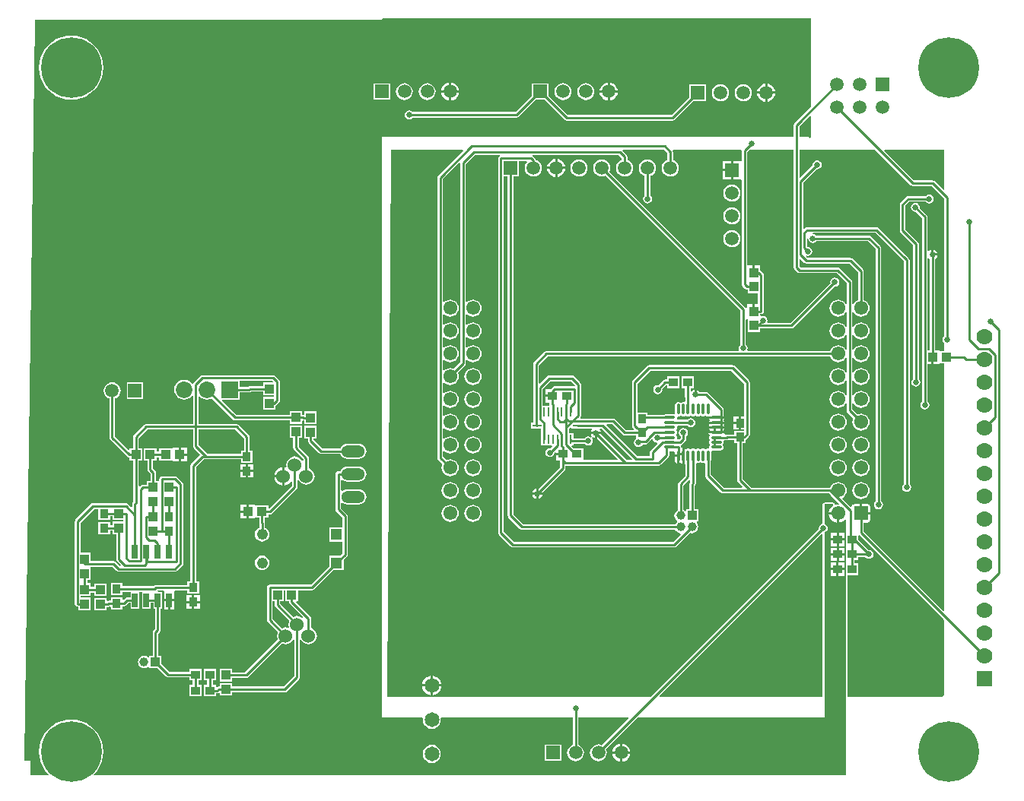
<source format=gtl>
G04*
G04 #@! TF.GenerationSoftware,Altium Limited,Altium Designer,19.1.5 (86)*
G04*
G04 Layer_Physical_Order=1*
G04 Layer_Color=255*
%FSLAX25Y25*%
%MOIN*%
G70*
G01*
G75*
%ADD10C,0.01000*%
%ADD19R,0.03937X0.04134*%
%ADD20R,0.04134X0.03937*%
%ADD21R,0.03740X0.03937*%
%ADD22R,0.03937X0.03740*%
%ADD23R,0.02559X0.06004*%
%ADD24R,0.04000X0.00984*%
%ADD25R,0.00984X0.04000*%
%ADD26O,0.01300X0.04900*%
%ADD27O,0.04900X0.01300*%
%ADD55C,0.05906*%
%ADD56R,0.05906X0.05906*%
%ADD57R,0.05906X0.05906*%
%ADD58R,0.03937X0.03937*%
%ADD59C,0.03937*%
%ADD60C,0.07000*%
%ADD61R,0.07000X0.07000*%
%ADD62C,0.06500*%
%ADD63C,0.06008*%
%ADD64C,0.06102*%
%ADD65C,0.07284*%
%ADD66R,0.07284X0.07284*%
%ADD67R,0.04874X0.04874*%
%ADD68C,0.04874*%
%ADD69O,0.10400X0.05200*%
G04:AMPARAMS|DCode=70|XSize=61.02mil|YSize=61.02mil|CornerRadius=1.83mil|HoleSize=0mil|Usage=FLASHONLY|Rotation=90.000|XOffset=0mil|YOffset=0mil|HoleType=Round|Shape=RoundedRectangle|*
%AMROUNDEDRECTD70*
21,1,0.06102,0.05736,0,0,90.0*
21,1,0.05736,0.06102,0,0,90.0*
1,1,0.00366,0.02868,0.02868*
1,1,0.00366,0.02868,-0.02868*
1,1,0.00366,-0.02868,-0.02868*
1,1,0.00366,-0.02868,0.02868*
%
%ADD70ROUNDEDRECTD70*%
%ADD71C,0.02500*%
%ADD72C,0.26600*%
G36*
X602500Y508616D02*
Y499500D01*
X602000Y499000D01*
X601500Y499500D01*
X597523D01*
Y504293D01*
X602038Y508808D01*
X602500Y508616D01*
D02*
G37*
G36*
X646335Y478435D02*
X646732Y478170D01*
X647200Y478077D01*
X655493D01*
X661000Y472570D01*
Y412277D01*
X660894Y412206D01*
X660463Y411561D01*
X660312Y410800D01*
X660463Y410039D01*
X660894Y409394D01*
X661000Y409323D01*
Y405668D01*
X659417D01*
X659383Y405668D01*
X658917Y405752D01*
Y405969D01*
X657074D01*
Y446111D01*
X657473Y446378D01*
X657970Y447122D01*
X658045Y447500D01*
X655850D01*
Y448000D01*
X655350D01*
Y450195D01*
X654973Y450119D01*
X654228Y449622D01*
X654223Y449615D01*
X653723Y449767D01*
Y464600D01*
X653630Y465068D01*
X653365Y465465D01*
X650345Y468485D01*
X650388Y468700D01*
X650237Y469461D01*
X649806Y470106D01*
X649161Y470537D01*
X648459Y470677D01*
X648508Y471176D01*
X652872D01*
X652994Y470994D01*
X653639Y470563D01*
X654400Y470412D01*
X655161Y470563D01*
X655806Y470994D01*
X656237Y471639D01*
X656388Y472400D01*
X656237Y473161D01*
X655806Y473806D01*
X655161Y474237D01*
X654400Y474388D01*
X653639Y474237D01*
X652994Y473806D01*
X652872Y473624D01*
X645200D01*
X644732Y473530D01*
X644335Y473265D01*
X641935Y470865D01*
X641670Y470468D01*
X641576Y470000D01*
Y458500D01*
X641670Y458032D01*
X641935Y457635D01*
X647376Y452193D01*
Y393528D01*
X647194Y393406D01*
X646763Y392761D01*
X646612Y392000D01*
X646763Y391239D01*
X647194Y390594D01*
X647839Y390163D01*
X648600Y390012D01*
X649361Y390163D01*
X650006Y390594D01*
X650437Y391239D01*
X650588Y392000D01*
X650437Y392761D01*
X650006Y393406D01*
X649824Y393528D01*
Y452700D01*
X649730Y453168D01*
X649465Y453565D01*
X644024Y459007D01*
Y469493D01*
X645707Y471176D01*
X648292D01*
X648341Y470677D01*
X647639Y470537D01*
X646994Y470106D01*
X646563Y469461D01*
X646412Y468700D01*
X646563Y467939D01*
X646994Y467294D01*
X647639Y466863D01*
X648400Y466712D01*
X648615Y466755D01*
X651276Y464093D01*
Y383528D01*
X651094Y383406D01*
X650663Y382761D01*
X650512Y382000D01*
X650663Y381239D01*
X651094Y380594D01*
X651739Y380163D01*
X652500Y380012D01*
X653261Y380163D01*
X653906Y380594D01*
X654337Y381239D01*
X654488Y382000D01*
X654337Y382761D01*
X653906Y383406D01*
X653723Y383528D01*
Y400032D01*
X655350D01*
Y403000D01*
X656350D01*
Y400032D01*
X658917D01*
Y400248D01*
X659383Y400331D01*
X659417Y400331D01*
X661000D01*
Y291884D01*
X660538Y291692D01*
X625724Y326507D01*
Y330426D01*
X627368D01*
X627830Y330518D01*
X628221Y330779D01*
X628482Y331170D01*
X628574Y331632D01*
Y334000D01*
X624500D01*
Y334500D01*
X624000D01*
Y338574D01*
X621632D01*
X621170Y338482D01*
X620779Y338221D01*
X620517Y337830D01*
X620449Y337488D01*
X619978Y337253D01*
X616465Y340765D01*
X616574Y341363D01*
X617175Y341825D01*
X617777Y342608D01*
X618155Y343521D01*
X618284Y344500D01*
X618155Y345479D01*
X617777Y346392D01*
X617175Y347175D01*
X616392Y347777D01*
X615479Y348155D01*
X614500Y348284D01*
X613521Y348155D01*
X612608Y347777D01*
X611825Y347175D01*
X611223Y346392D01*
X610947Y345724D01*
X576507D01*
X572723Y349507D01*
Y365182D01*
X574070D01*
Y366821D01*
X574316Y366985D01*
X575465Y368135D01*
X575730Y368532D01*
X575823Y369000D01*
Y392000D01*
X575730Y392468D01*
X575465Y392865D01*
X569165Y399165D01*
X568768Y399430D01*
X568300Y399523D01*
X531700D01*
X531232Y399430D01*
X530835Y399165D01*
X524535Y392865D01*
X524270Y392468D01*
X524177Y392000D01*
Y372950D01*
X524270Y372482D01*
X524535Y372085D01*
X525046Y371574D01*
X524839Y371074D01*
X521656D01*
X516965Y375765D01*
X516568Y376030D01*
X516100Y376123D01*
X501681D01*
X501524Y376624D01*
X501730Y376932D01*
X501824Y377400D01*
Y391100D01*
X501730Y391568D01*
X501465Y391965D01*
X498865Y394565D01*
X498468Y394830D01*
X498000Y394923D01*
X488000D01*
X487532Y394830D01*
X487135Y394565D01*
X483885Y391316D01*
X483424Y391507D01*
Y399493D01*
X487207Y403276D01*
X610947D01*
X611223Y402608D01*
X611825Y401825D01*
X612608Y401223D01*
X613521Y400845D01*
X614500Y400716D01*
X615479Y400845D01*
X616392Y401223D01*
X617175Y401825D01*
X617777Y402608D01*
X618277Y402508D01*
Y396492D01*
X617777Y396392D01*
X617175Y397175D01*
X616392Y397777D01*
X615479Y398155D01*
X614500Y398284D01*
X613521Y398155D01*
X612608Y397777D01*
X611825Y397175D01*
X611223Y396392D01*
X610845Y395479D01*
X610716Y394500D01*
X610845Y393521D01*
X611223Y392608D01*
X611825Y391825D01*
X612608Y391223D01*
X613521Y390845D01*
X614500Y390716D01*
X615479Y390845D01*
X616392Y391223D01*
X617175Y391825D01*
X617777Y392608D01*
X618277Y392508D01*
Y386492D01*
X617777Y386392D01*
X617175Y387175D01*
X616392Y387777D01*
X615479Y388155D01*
X614500Y388284D01*
X613521Y388155D01*
X612608Y387777D01*
X611825Y387175D01*
X611223Y386392D01*
X610845Y385479D01*
X610716Y384500D01*
X610845Y383521D01*
X611223Y382608D01*
X611825Y381825D01*
X612608Y381223D01*
X613521Y380845D01*
X614500Y380716D01*
X615479Y380845D01*
X616392Y381223D01*
X617175Y381825D01*
X617777Y382608D01*
X618277Y382508D01*
Y379500D01*
X618370Y379032D01*
X618635Y378635D01*
X621122Y376148D01*
X620845Y375479D01*
X620716Y374500D01*
X620845Y373521D01*
X621223Y372608D01*
X621825Y371825D01*
X622608Y371223D01*
X623521Y370845D01*
X624500Y370716D01*
X625479Y370845D01*
X626392Y371223D01*
X627175Y371825D01*
X627777Y372608D01*
X628155Y373521D01*
X628284Y374500D01*
X628155Y375479D01*
X627777Y376392D01*
X627175Y377175D01*
X626392Y377777D01*
X625479Y378155D01*
X624500Y378284D01*
X623521Y378155D01*
X622853Y377878D01*
X620723Y380007D01*
Y382508D01*
X621223Y382608D01*
X621825Y381825D01*
X622608Y381223D01*
X623521Y380845D01*
X624500Y380716D01*
X625479Y380845D01*
X626392Y381223D01*
X627175Y381825D01*
X627777Y382608D01*
X628155Y383521D01*
X628284Y384500D01*
X628155Y385479D01*
X627777Y386392D01*
X627175Y387175D01*
X626392Y387777D01*
X625479Y388155D01*
X624500Y388284D01*
X623521Y388155D01*
X622608Y387777D01*
X621825Y387175D01*
X621223Y386392D01*
X620723Y386492D01*
Y392508D01*
X621223Y392608D01*
X621825Y391825D01*
X622608Y391223D01*
X623521Y390845D01*
X624500Y390716D01*
X625479Y390845D01*
X626392Y391223D01*
X627175Y391825D01*
X627777Y392608D01*
X628155Y393521D01*
X628284Y394500D01*
X628155Y395479D01*
X627777Y396392D01*
X627175Y397175D01*
X626392Y397777D01*
X625479Y398155D01*
X624500Y398284D01*
X623521Y398155D01*
X622608Y397777D01*
X621825Y397175D01*
X621223Y396392D01*
X620723Y396492D01*
Y402508D01*
X621223Y402608D01*
X621825Y401825D01*
X622608Y401223D01*
X623521Y400845D01*
X624500Y400716D01*
X625479Y400845D01*
X626392Y401223D01*
X627175Y401825D01*
X627777Y402608D01*
X628155Y403521D01*
X628284Y404500D01*
X628155Y405479D01*
X627777Y406392D01*
X627175Y407175D01*
X626392Y407777D01*
X625479Y408155D01*
X624500Y408284D01*
X623521Y408155D01*
X622608Y407777D01*
X621825Y407175D01*
X621223Y406392D01*
X620723Y406492D01*
Y412508D01*
X621223Y412608D01*
X621825Y411825D01*
X622608Y411223D01*
X623521Y410845D01*
X624500Y410716D01*
X625479Y410845D01*
X626392Y411223D01*
X627175Y411825D01*
X627777Y412608D01*
X628155Y413521D01*
X628284Y414500D01*
X628155Y415479D01*
X627777Y416392D01*
X627175Y417175D01*
X626392Y417777D01*
X625479Y418155D01*
X624500Y418284D01*
X623521Y418155D01*
X622608Y417777D01*
X621825Y417175D01*
X621223Y416392D01*
X620723Y416492D01*
Y422508D01*
X621223Y422608D01*
X621825Y421825D01*
X622608Y421223D01*
X623521Y420845D01*
X624500Y420716D01*
X625479Y420845D01*
X626392Y421223D01*
X627175Y421825D01*
X627777Y422608D01*
X628155Y423521D01*
X628284Y424500D01*
X628155Y425479D01*
X627777Y426392D01*
X627175Y427175D01*
X626392Y427777D01*
X625724Y428053D01*
Y440800D01*
X625630Y441268D01*
X625365Y441665D01*
X620865Y446165D01*
X620468Y446430D01*
X620000Y446524D01*
X601057D01*
X600524Y447056D01*
X600770Y447517D01*
X601300Y447412D01*
X602061Y447563D01*
X602706Y447994D01*
X603137Y448639D01*
X603288Y449400D01*
X603137Y450161D01*
X602706Y450806D01*
X602061Y451237D01*
X601300Y451388D01*
X600923Y451793D01*
Y454992D01*
X601424Y455041D01*
X601563Y454339D01*
X601994Y453694D01*
X602639Y453263D01*
X603400Y453112D01*
X604161Y453263D01*
X604806Y453694D01*
X604928Y453876D01*
X627493D01*
X630976Y450393D01*
Y339828D01*
X630794Y339706D01*
X630363Y339061D01*
X630212Y338300D01*
X630363Y337539D01*
X630794Y336894D01*
X631439Y336463D01*
X632200Y336312D01*
X632961Y336463D01*
X633606Y336894D01*
X634037Y337539D01*
X634188Y338300D01*
X634037Y339061D01*
X633606Y339706D01*
X633424Y339828D01*
Y450900D01*
X633330Y451368D01*
X633065Y451765D01*
X628865Y455965D01*
X628468Y456230D01*
X628000Y456323D01*
X604928D01*
X604806Y456506D01*
X604161Y456937D01*
X603459Y457077D01*
X603508Y457577D01*
X630893D01*
X643376Y445093D01*
Y347428D01*
X643194Y347306D01*
X642763Y346661D01*
X642612Y345900D01*
X642763Y345139D01*
X643194Y344494D01*
X643839Y344063D01*
X644600Y343912D01*
X645361Y344063D01*
X646006Y344494D01*
X646437Y345139D01*
X646588Y345900D01*
X646437Y346661D01*
X646006Y347306D01*
X645823Y347428D01*
Y445600D01*
X645730Y446068D01*
X645465Y446465D01*
X632265Y459665D01*
X631868Y459930D01*
X631400Y460023D01*
X601000D01*
X600532Y459930D01*
X600135Y459665D01*
X599685Y459216D01*
X599224Y459407D01*
Y479563D01*
X605116Y485455D01*
X605331Y485412D01*
X606091Y485563D01*
X606737Y485994D01*
X607167Y486639D01*
X607319Y487400D01*
X607167Y488161D01*
X606737Y488806D01*
X606091Y489237D01*
X605331Y489388D01*
X604570Y489237D01*
X603925Y488806D01*
X603494Y488161D01*
X603342Y487400D01*
X603385Y487185D01*
X597986Y481785D01*
X597523Y481977D01*
Y494000D01*
X630770D01*
X646335Y478435D01*
D02*
G37*
G36*
X572276Y493500D02*
Y489319D01*
X571953Y488953D01*
X571776Y488953D01*
X568500D01*
Y485000D01*
Y481047D01*
X571776D01*
X571953Y481047D01*
X572276Y480681D01*
Y435000D01*
X572370Y434532D01*
X572635Y434135D01*
X573784Y432985D01*
X574181Y432720D01*
X574650Y432627D01*
X574831D01*
Y431083D01*
X579476D01*
Y426217D01*
X578000D01*
Y423150D01*
X577000D01*
Y426217D01*
X574532D01*
Y424612D01*
X574031Y424563D01*
X574030Y424568D01*
X573765Y424965D01*
X514302Y484428D01*
X514559Y485046D01*
X514684Y486000D01*
X514559Y486954D01*
X514191Y487842D01*
X513605Y488605D01*
X512842Y489191D01*
X511954Y489559D01*
X511000Y489684D01*
X510046Y489559D01*
X509158Y489191D01*
X508395Y488605D01*
X507809Y487842D01*
X507441Y486954D01*
X507316Y486000D01*
X507441Y485046D01*
X507809Y484158D01*
X508395Y483395D01*
X509158Y482809D01*
X510046Y482441D01*
X511000Y482316D01*
X511954Y482441D01*
X512572Y482697D01*
X571676Y423593D01*
Y408528D01*
X571494Y408406D01*
X571063Y407761D01*
X570912Y407000D01*
X571063Y406239D01*
X571113Y406165D01*
X570877Y405723D01*
X486700D01*
X486232Y405630D01*
X485835Y405365D01*
X481335Y400865D01*
X481070Y400468D01*
X480976Y400000D01*
Y374193D01*
X479877D01*
Y371809D01*
X482042D01*
X482200Y371777D01*
X482577D01*
X482734Y371809D01*
X484300D01*
X484490Y371308D01*
X484463Y371268D01*
X484370Y370800D01*
Y367032D01*
X484402Y366874D01*
Y364332D01*
X489049D01*
X489240Y363870D01*
X488465Y363095D01*
X488250Y363138D01*
X487489Y362987D01*
X486844Y362556D01*
X486413Y361911D01*
X486262Y361150D01*
X486413Y360389D01*
X486844Y359744D01*
X487489Y359313D01*
X488250Y359162D01*
X489011Y359313D01*
X489656Y359744D01*
X490087Y360389D01*
X490238Y361150D01*
X490382Y361262D01*
X490882Y361017D01*
Y361000D01*
X493850D01*
Y360000D01*
X490882D01*
Y357630D01*
X492627D01*
Y354707D01*
X483200Y345280D01*
Y343550D01*
X484930D01*
X494715Y353335D01*
X494981Y353732D01*
X495074Y354200D01*
Y355476D01*
X536000D01*
X536468Y355570D01*
X536865Y355835D01*
X540165Y359135D01*
X540430Y359532D01*
X540523Y360000D01*
Y361818D01*
X542351D01*
X542669Y361669D01*
X542818Y361351D01*
Y360300D01*
X544500D01*
Y359800D01*
X545000D01*
Y356417D01*
X545144Y356446D01*
X545600Y356751D01*
X546056Y356446D01*
X546200Y356417D01*
Y359800D01*
Y363202D01*
X545723Y363488D01*
Y363500D01*
X545630Y363968D01*
X545604Y364007D01*
X545834Y364563D01*
X545868Y364570D01*
X546265Y364835D01*
X547665Y366235D01*
X547930Y366632D01*
X548024Y367100D01*
Y368372D01*
X548206Y368494D01*
X548637Y369139D01*
X548788Y369900D01*
X548637Y370661D01*
X548206Y371306D01*
X547561Y371737D01*
X546800Y371888D01*
X546039Y371737D01*
X545394Y371306D01*
X544963Y370661D01*
X544812Y369900D01*
X544963Y369139D01*
X545394Y368494D01*
X545576Y368372D01*
Y367607D01*
X544893Y366923D01*
X544194D01*
X543902Y367424D01*
X543976Y367800D01*
X543872Y368327D01*
X543734Y368533D01*
X543614Y368900D01*
X543734Y369267D01*
X543872Y369473D01*
X543976Y370000D01*
X543872Y370527D01*
X543734Y370733D01*
X543614Y371100D01*
X543734Y371467D01*
X543872Y371673D01*
X543976Y372200D01*
X543902Y372576D01*
X544194Y373077D01*
X548472D01*
X548594Y372894D01*
X549239Y372463D01*
X550000Y372312D01*
X550761Y372463D01*
X551406Y372894D01*
X551837Y373539D01*
X551988Y374300D01*
X551837Y375061D01*
X551406Y375706D01*
X550761Y376137D01*
X550000Y376288D01*
X549239Y376137D01*
X548594Y375706D01*
X548472Y375523D01*
X544172D01*
X543899Y375932D01*
X543882Y376024D01*
X543976Y376500D01*
X543952Y376623D01*
X544377Y377048D01*
X544500Y377024D01*
X545027Y377128D01*
X545473Y377427D01*
X545727D01*
X546173Y377128D01*
X546700Y377024D01*
X547227Y377128D01*
X547673Y377427D01*
X547827D01*
X548273Y377128D01*
X548800Y377024D01*
X549327Y377128D01*
X549533Y377266D01*
X549900Y377385D01*
X550267Y377266D01*
X550473Y377128D01*
X551000Y377024D01*
X551527Y377128D01*
X551733Y377266D01*
X552100Y377385D01*
X552467Y377266D01*
X552673Y377128D01*
X553200Y377024D01*
X553727Y377128D01*
X553864Y377220D01*
X554250Y377392D01*
X554636Y377220D01*
X554773Y377128D01*
X555300Y377024D01*
X555827Y377128D01*
X556033Y377266D01*
X556400Y377385D01*
X556767Y377266D01*
X556973Y377128D01*
X557500Y377024D01*
X557523Y377000D01*
X561200D01*
X564583D01*
X564554Y377144D01*
X564424Y377340D01*
Y380000D01*
X564330Y380468D01*
X564065Y380865D01*
X557565Y387365D01*
X557168Y387630D01*
X556700Y387723D01*
X553889D01*
X553622Y388122D01*
X552878Y388619D01*
X552500Y388695D01*
Y386500D01*
X551500D01*
Y388695D01*
X551122Y388619D01*
X550378Y388122D01*
X550373Y388115D01*
X549873Y388267D01*
Y389430D01*
X551318D01*
Y394570D01*
X545981D01*
Y389430D01*
X547426D01*
Y385650D01*
X547519Y385182D01*
X547577Y385097D01*
Y383594D01*
X547077Y383302D01*
X546700Y383377D01*
X546173Y383272D01*
X545967Y383134D01*
X545600Y383014D01*
X545233Y383134D01*
X545027Y383272D01*
X544500Y383377D01*
X543973Y383272D01*
X543527Y382973D01*
X543228Y382527D01*
X543123Y382000D01*
Y378400D01*
X543148Y378277D01*
X542723Y377852D01*
X542600Y377876D01*
X539000D01*
X538473Y377772D01*
X538401Y377724D01*
X531070D01*
Y378818D01*
X526623D01*
Y391493D01*
X532207Y397077D01*
X567793D01*
X573377Y391493D01*
Y377118D01*
X572000D01*
Y374150D01*
Y371181D01*
X573377D01*
Y370519D01*
X568930D01*
Y369074D01*
X565850D01*
X565597Y369023D01*
X564888D01*
X564602Y369500D01*
X561200D01*
X557817D01*
X557846Y369356D01*
X558210Y368810D01*
X558377Y368699D01*
X558128Y368327D01*
X558024Y367800D01*
X558128Y367273D01*
X558220Y367136D01*
X558392Y366750D01*
X558220Y366364D01*
X558128Y366227D01*
X558024Y365700D01*
X558128Y365173D01*
X558266Y364967D01*
X558386Y364600D01*
X558266Y364233D01*
X558128Y364027D01*
X558024Y363500D01*
X558048Y363377D01*
X557623Y362952D01*
X557500Y362977D01*
X556973Y362872D01*
X556767Y362734D01*
X556400Y362614D01*
X556033Y362734D01*
X555827Y362872D01*
X555300Y362977D01*
X554773Y362872D01*
X554636Y362780D01*
X554250Y362608D01*
X553864Y362780D01*
X553727Y362872D01*
X553200Y362977D01*
X552673Y362872D01*
X552467Y362734D01*
X552100Y362614D01*
X551733Y362734D01*
X551527Y362872D01*
X551000Y362977D01*
X550473Y362872D01*
X550267Y362734D01*
X549900Y362614D01*
X549533Y362734D01*
X549327Y362872D01*
X548800Y362977D01*
X548273Y362872D01*
X547970Y362669D01*
X547890Y362790D01*
X547344Y363154D01*
X547200Y363183D01*
Y359800D01*
Y356307D01*
X547577Y356046D01*
Y351007D01*
X544635Y348065D01*
X544370Y347668D01*
X544277Y347200D01*
Y335882D01*
X544154Y335831D01*
X543597Y335403D01*
X543169Y334846D01*
X542900Y334197D01*
X542808Y333500D01*
X542900Y332803D01*
X543169Y332154D01*
X543597Y331597D01*
X543982Y331301D01*
X544019Y331201D01*
Y330799D01*
X543982Y330699D01*
X543597Y330403D01*
X543169Y329846D01*
X543118Y329724D01*
X476507D01*
X472224Y334007D01*
Y482347D01*
X474653D01*
Y488976D01*
X478114D01*
X478296Y488477D01*
X477809Y487842D01*
X477441Y486954D01*
X477316Y486000D01*
X477441Y485046D01*
X477809Y484158D01*
X478395Y483395D01*
X479158Y482809D01*
X480046Y482441D01*
X481000Y482316D01*
X481954Y482441D01*
X482842Y482809D01*
X483605Y483395D01*
X484191Y484158D01*
X484559Y485046D01*
X484684Y486000D01*
X484559Y486954D01*
X484191Y487842D01*
X483605Y488605D01*
X482842Y489191D01*
X482170Y489469D01*
X482130Y489668D01*
X481865Y490065D01*
X480865Y491065D01*
X480549Y491277D01*
X480581Y491637D01*
X480632Y491777D01*
X518376D01*
X519776Y490376D01*
Y489447D01*
X519158Y489191D01*
X518395Y488605D01*
X517809Y487842D01*
X517441Y486954D01*
X517316Y486000D01*
X517441Y485046D01*
X517809Y484158D01*
X518395Y483395D01*
X519158Y482809D01*
X520046Y482441D01*
X521000Y482316D01*
X521954Y482441D01*
X522842Y482809D01*
X523605Y483395D01*
X524191Y484158D01*
X524559Y485046D01*
X524684Y486000D01*
X524559Y486954D01*
X524191Y487842D01*
X523605Y488605D01*
X522842Y489191D01*
X522224Y489447D01*
Y490883D01*
X522130Y491351D01*
X521865Y491748D01*
X520113Y493500D01*
X520320Y494000D01*
X538270D01*
X539777Y492493D01*
Y489447D01*
X539158Y489191D01*
X538395Y488605D01*
X537809Y487842D01*
X537441Y486954D01*
X537316Y486000D01*
X537441Y485046D01*
X537809Y484158D01*
X538395Y483395D01*
X539158Y482809D01*
X540046Y482441D01*
X541000Y482316D01*
X541954Y482441D01*
X542842Y482809D01*
X543605Y483395D01*
X544191Y484158D01*
X544559Y485046D01*
X544684Y486000D01*
X544559Y486954D01*
X544191Y487842D01*
X543605Y488605D01*
X542842Y489191D01*
X542224Y489447D01*
Y493000D01*
X542130Y493468D01*
X542109Y493500D01*
X542376Y494000D01*
X571866D01*
X572276Y493500D01*
D02*
G37*
G36*
X661000Y476684D02*
X660538Y476492D01*
X656865Y480165D01*
X656468Y480430D01*
X656000Y480523D01*
X647707D01*
X634692Y493538D01*
X634884Y494000D01*
X661000D01*
Y476684D01*
D02*
G37*
G36*
X595077Y442400D02*
X595170Y441932D01*
X595435Y441535D01*
X596735Y440235D01*
X597132Y439970D01*
X597600Y439877D01*
X613893D01*
X618277Y435493D01*
Y426492D01*
X617777Y426392D01*
X617175Y427175D01*
X616392Y427777D01*
X615479Y428155D01*
X614500Y428284D01*
X613521Y428155D01*
X612608Y427777D01*
X611825Y427175D01*
X611223Y426392D01*
X610845Y425479D01*
X610716Y424500D01*
X610845Y423521D01*
X611223Y422608D01*
X611825Y421825D01*
X612608Y421223D01*
X613521Y420845D01*
X614500Y420716D01*
X615479Y420845D01*
X616392Y421223D01*
X617175Y421825D01*
X617777Y422608D01*
X618277Y422508D01*
Y416492D01*
X617777Y416392D01*
X617175Y417175D01*
X616392Y417777D01*
X615479Y418155D01*
X614500Y418284D01*
X613521Y418155D01*
X612608Y417777D01*
X611825Y417175D01*
X611223Y416392D01*
X610845Y415479D01*
X610716Y414500D01*
X610845Y413521D01*
X611223Y412608D01*
X611825Y411825D01*
X612608Y411223D01*
X613521Y410845D01*
X614500Y410716D01*
X615479Y410845D01*
X616392Y411223D01*
X617175Y411825D01*
X617777Y412608D01*
X618277Y412508D01*
Y406492D01*
X617777Y406392D01*
X617175Y407175D01*
X616392Y407777D01*
X615479Y408155D01*
X614500Y408284D01*
X613521Y408155D01*
X612608Y407777D01*
X611825Y407175D01*
X611223Y406392D01*
X610947Y405723D01*
X574923D01*
X574687Y406165D01*
X574737Y406239D01*
X574888Y407000D01*
X574737Y407761D01*
X574306Y408406D01*
X574123Y408528D01*
Y419455D01*
X574623Y419784D01*
X574817Y419700D01*
X574831Y419617D01*
X574831D01*
Y414083D01*
X580168D01*
Y415627D01*
X594050D01*
X594519Y415720D01*
X594915Y415985D01*
X612885Y433955D01*
X613100Y433912D01*
X613861Y434063D01*
X614506Y434494D01*
X614937Y435139D01*
X615088Y435900D01*
X614937Y436661D01*
X614506Y437306D01*
X613861Y437737D01*
X613100Y437888D01*
X612339Y437737D01*
X611694Y437306D01*
X611263Y436661D01*
X611112Y435900D01*
X611155Y435685D01*
X593544Y418074D01*
X583715D01*
X583384Y418574D01*
X583488Y419100D01*
X583337Y419861D01*
X582906Y420506D01*
X582261Y420937D01*
X581500Y421088D01*
X580969Y420983D01*
X580469Y421312D01*
Y421926D01*
X580700D01*
X581168Y422019D01*
X581565Y422285D01*
X581830Y422681D01*
X581923Y423150D01*
Y439000D01*
X581830Y439468D01*
X581565Y439865D01*
X580469Y440962D01*
Y443217D01*
X578000D01*
Y440150D01*
X577000D01*
Y443217D01*
X574723D01*
Y492993D01*
X575730Y494000D01*
X595077D01*
Y442400D01*
D02*
G37*
G36*
X599685Y444435D02*
X600082Y444170D01*
X600550Y444076D01*
X619493D01*
X623277Y440293D01*
Y428053D01*
X622608Y427777D01*
X621825Y427175D01*
X621223Y426392D01*
X620723Y426492D01*
Y436000D01*
X620630Y436468D01*
X620365Y436865D01*
X615265Y441965D01*
X614868Y442230D01*
X614400Y442323D01*
X598107D01*
X597523Y442907D01*
Y445943D01*
X597986Y446134D01*
X599685Y444435D01*
D02*
G37*
G36*
X448557Y488254D02*
X448977Y488039D01*
Y400707D01*
X446147Y397878D01*
X445479Y398155D01*
X444500Y398284D01*
X443521Y398155D01*
X442608Y397777D01*
X441924Y397251D01*
X441424Y397405D01*
Y401595D01*
X441924Y401749D01*
X442608Y401223D01*
X443521Y400845D01*
X444500Y400716D01*
X445479Y400845D01*
X446392Y401223D01*
X447175Y401825D01*
X447777Y402608D01*
X448155Y403521D01*
X448284Y404500D01*
X448155Y405479D01*
X447777Y406392D01*
X447175Y407175D01*
X446392Y407777D01*
X445479Y408155D01*
X444500Y408284D01*
X443521Y408155D01*
X442608Y407777D01*
X441924Y407251D01*
X441424Y407405D01*
Y411595D01*
X441924Y411749D01*
X442608Y411223D01*
X443521Y410845D01*
X444500Y410716D01*
X445479Y410845D01*
X446392Y411223D01*
X447175Y411825D01*
X447777Y412608D01*
X448155Y413521D01*
X448284Y414500D01*
X448155Y415479D01*
X447777Y416392D01*
X447175Y417175D01*
X446392Y417777D01*
X445479Y418155D01*
X444500Y418284D01*
X443521Y418155D01*
X442608Y417777D01*
X441924Y417251D01*
X441424Y417405D01*
Y421595D01*
X441924Y421749D01*
X442608Y421223D01*
X443521Y420845D01*
X444500Y420716D01*
X445479Y420845D01*
X446392Y421223D01*
X447175Y421825D01*
X447777Y422608D01*
X448155Y423521D01*
X448284Y424500D01*
X448155Y425479D01*
X447777Y426392D01*
X447175Y427175D01*
X446392Y427777D01*
X445479Y428155D01*
X444500Y428284D01*
X443521Y428155D01*
X442608Y427777D01*
X441924Y427251D01*
X441424Y427404D01*
Y481193D01*
X448493Y488263D01*
X448557Y488254D01*
D02*
G37*
G36*
X654228Y446378D02*
X654627Y446111D01*
Y405969D01*
X653723D01*
Y446233D01*
X654223Y446385D01*
X654228Y446378D01*
D02*
G37*
G36*
X499155Y390815D02*
X498975Y390366D01*
X498900Y390323D01*
X490450D01*
X489982Y390230D01*
X489585Y389965D01*
X488490Y388870D01*
X486382D01*
Y386500D01*
X489350D01*
Y385500D01*
X486382D01*
Y383130D01*
X488127D01*
Y382486D01*
X488128Y382480D01*
X488045Y381980D01*
X487669Y381680D01*
X485123D01*
Y389093D01*
X488507Y392477D01*
X497493D01*
X499155Y390815D01*
D02*
G37*
G36*
X568930Y365182D02*
X570276D01*
Y349000D01*
X570370Y348532D01*
X570635Y348135D01*
X572584Y346185D01*
X572393Y345724D01*
X564507D01*
X558723Y351507D01*
Y357401D01*
X558772Y357473D01*
X558877Y358000D01*
Y361600D01*
X558852Y361723D01*
X559277Y362148D01*
X559400Y362123D01*
X563000D01*
X563527Y362228D01*
X563973Y362527D01*
X564272Y362973D01*
X564376Y363500D01*
X564272Y364027D01*
X564134Y364233D01*
X564014Y364600D01*
X564134Y364967D01*
X564272Y365173D01*
X564376Y365700D01*
X564302Y366076D01*
X564594Y366577D01*
X565800D01*
X566053Y366627D01*
X568930D01*
Y365182D01*
D02*
G37*
G36*
X520285Y368985D02*
X520681Y368720D01*
X521150Y368627D01*
X525930D01*
Y367430D01*
X525735Y367011D01*
X525594Y366906D01*
X525388Y366597D01*
X525163Y366261D01*
X525012Y365500D01*
X525163Y364739D01*
X525594Y364094D01*
X526239Y363663D01*
X527000Y363512D01*
X527761Y363663D01*
X528406Y364094D01*
X528837Y364739D01*
X528844Y364776D01*
X530185D01*
X530653Y364870D01*
X531050Y365135D01*
X532435Y366520D01*
X532700Y366917D01*
X533180Y367006D01*
X533318Y366964D01*
X533363Y366739D01*
X533794Y366094D01*
X534439Y365663D01*
X535086Y365534D01*
X535325Y365066D01*
X532385Y362126D01*
X532120Y361729D01*
X532026Y361260D01*
Y359674D01*
X526507D01*
X512966Y373215D01*
X513157Y373676D01*
X515593D01*
X520285Y368985D01*
D02*
G37*
G36*
X497721Y372137D02*
Y371809D01*
X500263D01*
X500421Y371778D01*
X506628D01*
X506748Y371277D01*
X506281Y370578D01*
X506205Y370200D01*
X510595D01*
X510519Y370578D01*
X510052Y371277D01*
X510172Y371778D01*
X510942D01*
X524334Y358385D01*
X524143Y357924D01*
X521907D01*
X510630Y369200D01*
X508900D01*
Y367470D01*
X517984Y358385D01*
X517793Y357924D01*
X503315D01*
X502818Y357930D01*
Y363070D01*
X498597D01*
X497796Y363870D01*
X497988Y364332D01*
X498597D01*
Y364977D01*
X503639D01*
X503694Y364894D01*
X504339Y364463D01*
X505100Y364312D01*
X505861Y364463D01*
X506506Y364894D01*
X506937Y365539D01*
X507088Y366300D01*
X506937Y367061D01*
X506563Y367620D01*
X506924Y367980D01*
X507522Y367581D01*
X507900Y367505D01*
Y369200D01*
X506205D01*
X506281Y368822D01*
X506720Y368164D01*
X506360Y367804D01*
X505861Y368137D01*
X505100Y368288D01*
X504339Y368137D01*
X503694Y367706D01*
X503506Y367424D01*
X498597D01*
Y369732D01*
X496660D01*
Y371730D01*
X497259Y372329D01*
X497721Y372137D01*
D02*
G37*
G36*
X419000Y494000D02*
X450116D01*
X450308Y493538D01*
X439335Y482565D01*
X439070Y482168D01*
X438976Y481700D01*
Y358800D01*
X439070Y358332D01*
X439335Y357935D01*
X441122Y356148D01*
X440845Y355479D01*
X440716Y354500D01*
X440845Y353521D01*
X441223Y352608D01*
X441825Y351825D01*
X442608Y351223D01*
X443521Y350845D01*
X444500Y350716D01*
X445479Y350845D01*
X446392Y351223D01*
X447175Y351825D01*
X447777Y352608D01*
X448155Y353521D01*
X448284Y354500D01*
X448155Y355479D01*
X447777Y356392D01*
X447175Y357175D01*
X446392Y357777D01*
X445479Y358155D01*
X444500Y358284D01*
X443521Y358155D01*
X442852Y357878D01*
X441424Y359307D01*
Y361596D01*
X441924Y361749D01*
X442608Y361223D01*
X443521Y360845D01*
X444500Y360716D01*
X445479Y360845D01*
X446392Y361223D01*
X447175Y361825D01*
X447777Y362608D01*
X448155Y363521D01*
X448284Y364500D01*
X448155Y365479D01*
X447777Y366392D01*
X447175Y367175D01*
X446392Y367777D01*
X445479Y368155D01*
X444500Y368284D01*
X443521Y368155D01*
X442608Y367777D01*
X441924Y367251D01*
X441424Y367405D01*
Y371596D01*
X441924Y371749D01*
X442608Y371223D01*
X443521Y370845D01*
X444500Y370716D01*
X445479Y370845D01*
X446392Y371223D01*
X447175Y371825D01*
X447777Y372608D01*
X448155Y373521D01*
X448284Y374500D01*
X448155Y375479D01*
X447777Y376392D01*
X447175Y377175D01*
X446392Y377777D01*
X445479Y378155D01*
X444500Y378284D01*
X443521Y378155D01*
X442608Y377777D01*
X441924Y377251D01*
X441424Y377404D01*
Y381595D01*
X441924Y381749D01*
X442608Y381223D01*
X443521Y380845D01*
X444500Y380716D01*
X445479Y380845D01*
X446392Y381223D01*
X447175Y381825D01*
X447777Y382608D01*
X448155Y383521D01*
X448284Y384500D01*
X448155Y385479D01*
X447777Y386392D01*
X447175Y387175D01*
X446392Y387777D01*
X445479Y388155D01*
X444500Y388284D01*
X443521Y388155D01*
X442608Y387777D01*
X441924Y387251D01*
X441424Y387404D01*
Y391596D01*
X441924Y391749D01*
X442608Y391223D01*
X443521Y390845D01*
X444500Y390716D01*
X445479Y390845D01*
X446392Y391223D01*
X447175Y391825D01*
X447777Y392608D01*
X448155Y393521D01*
X448284Y394500D01*
X448155Y395479D01*
X447878Y396147D01*
X451065Y399335D01*
X451330Y399732D01*
X451424Y400200D01*
Y401595D01*
X451924Y401749D01*
X452608Y401223D01*
X453521Y400845D01*
X454500Y400716D01*
X455479Y400845D01*
X456392Y401223D01*
X457175Y401825D01*
X457777Y402608D01*
X458155Y403521D01*
X458284Y404500D01*
X458155Y405479D01*
X457777Y406392D01*
X457175Y407175D01*
X456392Y407777D01*
X455479Y408155D01*
X454500Y408284D01*
X453521Y408155D01*
X452608Y407777D01*
X451924Y407251D01*
X451424Y407405D01*
Y411595D01*
X451924Y411749D01*
X452608Y411223D01*
X453521Y410845D01*
X454500Y410716D01*
X455479Y410845D01*
X456392Y411223D01*
X457175Y411825D01*
X457777Y412608D01*
X458155Y413521D01*
X458284Y414500D01*
X458155Y415479D01*
X457777Y416392D01*
X457175Y417175D01*
X456392Y417777D01*
X455479Y418155D01*
X454500Y418284D01*
X453521Y418155D01*
X452608Y417777D01*
X451924Y417251D01*
X451424Y417405D01*
Y421595D01*
X451924Y421749D01*
X452608Y421223D01*
X453521Y420845D01*
X454500Y420716D01*
X455479Y420845D01*
X456392Y421223D01*
X457175Y421825D01*
X457777Y422608D01*
X458155Y423521D01*
X458284Y424500D01*
X458155Y425479D01*
X457777Y426392D01*
X457175Y427175D01*
X456392Y427777D01*
X455479Y428155D01*
X454500Y428284D01*
X453521Y428155D01*
X452608Y427777D01*
X451924Y427251D01*
X451424Y427404D01*
Y487693D01*
X455507Y491777D01*
X466168D01*
X466219Y491637D01*
X466251Y491277D01*
X465935Y491065D01*
X465670Y490668D01*
X465577Y490200D01*
Y326000D01*
X465670Y325532D01*
X465935Y325135D01*
X471135Y319935D01*
X471532Y319670D01*
X472000Y319577D01*
X542800D01*
X543268Y319670D01*
X543665Y319935D01*
X549681Y325951D01*
X549803Y325900D01*
X550500Y325809D01*
X551197Y325900D01*
X551846Y326169D01*
X552403Y326597D01*
X552831Y327154D01*
X553100Y327803D01*
X553192Y328500D01*
X553100Y329197D01*
X552831Y329846D01*
X552458Y330331D01*
X552528Y330606D01*
X552666Y330832D01*
X553168D01*
Y336169D01*
X551723D01*
Y346693D01*
X551865Y346835D01*
X552130Y347232D01*
X552223Y347700D01*
Y356428D01*
X552632Y356701D01*
X552724Y356718D01*
X553200Y356624D01*
X553727Y356728D01*
X554173Y357027D01*
X554327D01*
X554773Y356728D01*
X555300Y356624D01*
X555777Y356718D01*
X555868Y356701D01*
X556277Y356428D01*
Y351000D01*
X556370Y350532D01*
X556635Y350135D01*
X563135Y343635D01*
X563532Y343370D01*
X564000Y343277D01*
X610493D01*
X611427Y342342D01*
X611825Y341825D01*
X612342Y341427D01*
X615055Y338715D01*
X614821Y338241D01*
X614500Y338284D01*
X613616Y338167D01*
X613492Y338173D01*
X613061Y338445D01*
X612924Y338774D01*
X612847Y338888D01*
X612770Y339005D01*
X612769Y339005D01*
X612769Y339005D01*
X612653Y339082D01*
X612538Y339159D01*
X612537Y339159D01*
X612537Y339160D01*
X612400Y339187D01*
X612265Y339214D01*
X608500D01*
X608227Y339159D01*
X607995Y339005D01*
X607841Y338773D01*
X607786Y338500D01*
Y329946D01*
X607239Y329837D01*
X606594Y329406D01*
X606163Y328761D01*
X606012Y328000D01*
X606055Y327785D01*
X532270Y254000D01*
X417355D01*
X417002Y254355D01*
X418496Y493852D01*
X418959Y494041D01*
X419000Y494000D01*
D02*
G37*
G36*
X549777Y349039D02*
Y348207D01*
X549635Y348065D01*
X549370Y347668D01*
X549276Y347200D01*
Y336169D01*
X547831D01*
Y335666D01*
X547606Y335528D01*
X547331Y335458D01*
X546846Y335831D01*
X546724Y335882D01*
Y346693D01*
X549276Y349246D01*
X549777Y349039D01*
D02*
G37*
G36*
X469776Y333500D02*
X469870Y333032D01*
X470135Y332635D01*
X475135Y327635D01*
X475532Y327370D01*
X476000Y327276D01*
X543118D01*
X543169Y327154D01*
X543597Y326597D01*
X544154Y326169D01*
X544803Y325900D01*
X545386Y325823D01*
X545637Y325367D01*
X542293Y322024D01*
X472507D01*
X468023Y326507D01*
Y482347D01*
X469776D01*
Y333500D01*
D02*
G37*
G36*
X661000Y287770D02*
Y255000D01*
X660000Y254000D01*
X618714D01*
X618714Y307430D01*
X623169D01*
Y312570D01*
X621724D01*
Y313930D01*
X623318D01*
Y315277D01*
X626472D01*
X626594Y315094D01*
X627239Y314663D01*
X628000Y314512D01*
X628761Y314663D01*
X629406Y315094D01*
X629837Y315739D01*
X629988Y316500D01*
X629837Y317261D01*
X629406Y317906D01*
X628761Y318337D01*
X628000Y318488D01*
X627785Y318445D01*
X623318Y322912D01*
Y324745D01*
X623818Y324952D01*
X661000Y287770D01*
D02*
G37*
G36*
X607786Y325349D02*
X607786Y254000D01*
X536384D01*
X536192Y254462D01*
X607286Y325556D01*
X607786Y325349D01*
D02*
G37*
G36*
X602500Y512730D02*
X595435Y505665D01*
X595170Y505268D01*
X595077Y504800D01*
Y499500D01*
X414500D01*
Y245000D01*
X432268D01*
X432598Y244624D01*
X432516Y244000D01*
X432652Y242969D01*
X433050Y242008D01*
X433683Y241183D01*
X434508Y240550D01*
X435469Y240152D01*
X436500Y240016D01*
X437531Y240152D01*
X438492Y240550D01*
X439317Y241183D01*
X439950Y242008D01*
X440348Y242969D01*
X440484Y244000D01*
X440402Y244624D01*
X440732Y245000D01*
X498277D01*
Y232947D01*
X497658Y232691D01*
X496895Y232105D01*
X496309Y231342D01*
X495941Y230454D01*
X495816Y229500D01*
X495941Y228546D01*
X496309Y227658D01*
X496895Y226895D01*
X497658Y226309D01*
X498546Y225941D01*
X499500Y225816D01*
X500454Y225941D01*
X501342Y226309D01*
X502105Y226895D01*
X502691Y227658D01*
X503059Y228546D01*
X503184Y229500D01*
X503059Y230454D01*
X502691Y231342D01*
X502105Y232105D01*
X501342Y232691D01*
X500724Y232947D01*
Y245000D01*
X522616D01*
X522808Y244538D01*
X511072Y232803D01*
X510454Y233059D01*
X509500Y233184D01*
X508546Y233059D01*
X507658Y232691D01*
X506895Y232105D01*
X506309Y231342D01*
X505941Y230454D01*
X505816Y229500D01*
X505941Y228546D01*
X506309Y227658D01*
X506895Y226895D01*
X507658Y226309D01*
X508546Y225941D01*
X509500Y225816D01*
X510454Y225941D01*
X511342Y226309D01*
X512105Y226895D01*
X512691Y227658D01*
X513059Y228546D01*
X513184Y229500D01*
X513059Y230454D01*
X512803Y231072D01*
X526730Y245000D01*
X608500D01*
X608500Y326111D01*
X608761Y326163D01*
X609406Y326594D01*
X609837Y327239D01*
X609988Y328000D01*
X609837Y328761D01*
X609406Y329406D01*
X608761Y329837D01*
X608500Y329889D01*
Y338500D01*
X612265D01*
X612402Y338170D01*
X612406Y338000D01*
X611611Y337389D01*
X610961Y336543D01*
X610553Y335558D01*
X610480Y335000D01*
X614500D01*
Y334500D01*
X615000D01*
Y330480D01*
X615558Y330553D01*
X616543Y330961D01*
X617389Y331611D01*
X617526Y331789D01*
X618000Y331629D01*
Y325570D01*
X617981D01*
Y320430D01*
X618000D01*
Y319070D01*
X617981D01*
Y313930D01*
X618000D01*
Y312570D01*
X617832D01*
Y307430D01*
X618000D01*
X618000Y245000D01*
X618000D01*
X618000Y219500D01*
X288485Y219500D01*
X288312Y219969D01*
X288430Y220070D01*
X289861Y221746D01*
X291013Y223624D01*
X291856Y225660D01*
X292032Y226393D01*
D01*
X292370Y227803D01*
X292543Y230000D01*
X292370Y232197D01*
X291856Y234340D01*
X291013Y236375D01*
X289861Y238254D01*
X288430Y239930D01*
X286754Y241361D01*
X284875Y242513D01*
X282840Y243356D01*
X280697Y243870D01*
X278500Y244043D01*
X276303Y243870D01*
X274160Y243356D01*
X272125Y242513D01*
X270246Y241361D01*
X268570Y239930D01*
X267139Y238254D01*
X265987Y236375D01*
X265144Y234340D01*
X264630Y232197D01*
X264457Y230000D01*
X264630Y227803D01*
X264899Y226681D01*
X265144Y225660D01*
X265987Y223624D01*
X267139Y221746D01*
X268570Y220070D01*
X268688Y219969D01*
X268515Y219500D01*
X261004D01*
X260654Y219857D01*
X260774Y226000D01*
X258356D01*
X258005Y226356D01*
X262578Y551000D01*
X414500D01*
X415000Y551500D01*
X602500D01*
Y512730D01*
D02*
G37*
%LPC*%
G36*
X656350Y450195D02*
Y448500D01*
X658045D01*
X657970Y448878D01*
X657473Y449622D01*
X656728Y450119D01*
X656350Y450195D01*
D02*
G37*
G36*
X614500Y378284D02*
X613521Y378155D01*
X612608Y377777D01*
X611825Y377175D01*
X611223Y376392D01*
X610845Y375479D01*
X610716Y374500D01*
X610845Y373521D01*
X611223Y372608D01*
X611825Y371825D01*
X612608Y371223D01*
X613521Y370845D01*
X614500Y370716D01*
X615479Y370845D01*
X616392Y371223D01*
X617175Y371825D01*
X617777Y372608D01*
X618155Y373521D01*
X618284Y374500D01*
X618155Y375479D01*
X617777Y376392D01*
X617175Y377175D01*
X616392Y377777D01*
X615479Y378155D01*
X614500Y378284D01*
D02*
G37*
G36*
X624500Y368284D02*
X623521Y368155D01*
X622608Y367777D01*
X621825Y367175D01*
X621223Y366392D01*
X620845Y365479D01*
X620716Y364500D01*
X620845Y363521D01*
X621223Y362608D01*
X621825Y361825D01*
X622608Y361223D01*
X623521Y360845D01*
X624500Y360716D01*
X625479Y360845D01*
X626392Y361223D01*
X627175Y361825D01*
X627777Y362608D01*
X628155Y363521D01*
X628284Y364500D01*
X628155Y365479D01*
X627777Y366392D01*
X627175Y367175D01*
X626392Y367777D01*
X625479Y368155D01*
X624500Y368284D01*
D02*
G37*
G36*
X614500D02*
X613521Y368155D01*
X612608Y367777D01*
X611825Y367175D01*
X611223Y366392D01*
X610845Y365479D01*
X610716Y364500D01*
X610845Y363521D01*
X611223Y362608D01*
X611825Y361825D01*
X612608Y361223D01*
X613521Y360845D01*
X614500Y360716D01*
X615479Y360845D01*
X616392Y361223D01*
X617175Y361825D01*
X617777Y362608D01*
X618155Y363521D01*
X618284Y364500D01*
X618155Y365479D01*
X617777Y366392D01*
X617175Y367175D01*
X616392Y367777D01*
X615479Y368155D01*
X614500Y368284D01*
D02*
G37*
G36*
X624500Y358284D02*
X623521Y358155D01*
X622608Y357777D01*
X621825Y357175D01*
X621223Y356392D01*
X620845Y355479D01*
X620716Y354500D01*
X620845Y353521D01*
X621223Y352608D01*
X621825Y351825D01*
X622608Y351223D01*
X623521Y350845D01*
X624500Y350716D01*
X625479Y350845D01*
X626392Y351223D01*
X627175Y351825D01*
X627777Y352608D01*
X628155Y353521D01*
X628284Y354500D01*
X628155Y355479D01*
X627777Y356392D01*
X627175Y357175D01*
X626392Y357777D01*
X625479Y358155D01*
X624500Y358284D01*
D02*
G37*
G36*
X614500D02*
X613521Y358155D01*
X612608Y357777D01*
X611825Y357175D01*
X611223Y356392D01*
X610845Y355479D01*
X610716Y354500D01*
X610845Y353521D01*
X611223Y352608D01*
X611825Y351825D01*
X612608Y351223D01*
X613521Y350845D01*
X614500Y350716D01*
X615479Y350845D01*
X616392Y351223D01*
X617175Y351825D01*
X617777Y352608D01*
X618155Y353521D01*
X618284Y354500D01*
X618155Y355479D01*
X617777Y356392D01*
X617175Y357175D01*
X616392Y357777D01*
X615479Y358155D01*
X614500Y358284D01*
D02*
G37*
G36*
X624500Y348284D02*
X623521Y348155D01*
X622608Y347777D01*
X621825Y347175D01*
X621223Y346392D01*
X620845Y345479D01*
X620716Y344500D01*
X620845Y343521D01*
X621223Y342608D01*
X621825Y341825D01*
X622608Y341223D01*
X623521Y340845D01*
X624500Y340716D01*
X625479Y340845D01*
X626392Y341223D01*
X627175Y341825D01*
X627777Y342608D01*
X628155Y343521D01*
X628284Y344500D01*
X628155Y345479D01*
X627777Y346392D01*
X627175Y347175D01*
X626392Y347777D01*
X625479Y348155D01*
X624500Y348284D01*
D02*
G37*
G36*
X627368Y338574D02*
X625000D01*
Y335000D01*
X628574D01*
Y337368D01*
X628482Y337830D01*
X628221Y338221D01*
X627830Y338482D01*
X627368Y338574D01*
D02*
G37*
G36*
X491500Y489921D02*
Y486500D01*
X494921D01*
X494851Y487032D01*
X494453Y487993D01*
X493819Y488819D01*
X492993Y489453D01*
X492032Y489851D01*
X491500Y489921D01*
D02*
G37*
G36*
X490500D02*
X489968Y489851D01*
X489007Y489453D01*
X488181Y488819D01*
X487547Y487993D01*
X487149Y487032D01*
X487079Y486500D01*
X490500D01*
Y489921D01*
D02*
G37*
G36*
X567500Y488953D02*
X564047D01*
Y485500D01*
X567500D01*
Y488953D01*
D02*
G37*
G36*
X501000Y489684D02*
X500046Y489559D01*
X499158Y489191D01*
X498395Y488605D01*
X497809Y487842D01*
X497441Y486954D01*
X497316Y486000D01*
X497441Y485046D01*
X497809Y484158D01*
X498395Y483395D01*
X499158Y482809D01*
X500046Y482441D01*
X501000Y482316D01*
X501954Y482441D01*
X502842Y482809D01*
X503605Y483395D01*
X504191Y484158D01*
X504559Y485046D01*
X504684Y486000D01*
X504559Y486954D01*
X504191Y487842D01*
X503605Y488605D01*
X502842Y489191D01*
X501954Y489559D01*
X501000Y489684D01*
D02*
G37*
G36*
X494921Y485500D02*
X491500D01*
Y482079D01*
X492032Y482149D01*
X492993Y482547D01*
X493819Y483181D01*
X494453Y484007D01*
X494851Y484968D01*
X494921Y485500D01*
D02*
G37*
G36*
X490500D02*
X487079D01*
X487149Y484968D01*
X487547Y484007D01*
X488181Y483181D01*
X489007Y482547D01*
X489968Y482149D01*
X490500Y482079D01*
Y485500D01*
D02*
G37*
G36*
X567500Y484500D02*
X564047D01*
Y481047D01*
X567500D01*
Y484500D01*
D02*
G37*
G36*
X568000Y478684D02*
X567046Y478559D01*
X566158Y478191D01*
X565395Y477605D01*
X564809Y476842D01*
X564441Y475954D01*
X564316Y475000D01*
X564441Y474046D01*
X564809Y473158D01*
X565395Y472395D01*
X566158Y471809D01*
X567046Y471441D01*
X568000Y471316D01*
X568954Y471441D01*
X569842Y471809D01*
X570605Y472395D01*
X571191Y473158D01*
X571559Y474046D01*
X571684Y475000D01*
X571559Y475954D01*
X571191Y476842D01*
X570605Y477605D01*
X569842Y478191D01*
X568954Y478559D01*
X568000Y478684D01*
D02*
G37*
G36*
X531000Y489684D02*
X530046Y489559D01*
X529158Y489191D01*
X528395Y488605D01*
X527809Y487842D01*
X527441Y486954D01*
X527316Y486000D01*
X527441Y485046D01*
X527809Y484158D01*
X528395Y483395D01*
X529158Y482809D01*
X529776Y482553D01*
Y473928D01*
X529594Y473806D01*
X529163Y473161D01*
X529012Y472400D01*
X529163Y471639D01*
X529594Y470994D01*
X530239Y470563D01*
X531000Y470412D01*
X531761Y470563D01*
X532406Y470994D01*
X532837Y471639D01*
X532988Y472400D01*
X532837Y473161D01*
X532406Y473806D01*
X532224Y473928D01*
Y482553D01*
X532842Y482809D01*
X533605Y483395D01*
X534191Y484158D01*
X534559Y485046D01*
X534684Y486000D01*
X534559Y486954D01*
X534191Y487842D01*
X533605Y488605D01*
X532842Y489191D01*
X531954Y489559D01*
X531000Y489684D01*
D02*
G37*
G36*
X568000Y468684D02*
X567046Y468559D01*
X566158Y468191D01*
X565395Y467605D01*
X564809Y466842D01*
X564441Y465954D01*
X564316Y465000D01*
X564441Y464046D01*
X564809Y463158D01*
X565395Y462395D01*
X566158Y461809D01*
X567046Y461441D01*
X568000Y461316D01*
X568954Y461441D01*
X569842Y461809D01*
X570605Y462395D01*
X571191Y463158D01*
X571559Y464046D01*
X571684Y465000D01*
X571559Y465954D01*
X571191Y466842D01*
X570605Y467605D01*
X569842Y468191D01*
X568954Y468559D01*
X568000Y468684D01*
D02*
G37*
G36*
Y458684D02*
X567046Y458559D01*
X566158Y458191D01*
X565395Y457605D01*
X564809Y456842D01*
X564441Y455954D01*
X564316Y455000D01*
X564441Y454046D01*
X564809Y453158D01*
X565395Y452395D01*
X566158Y451809D01*
X567046Y451441D01*
X568000Y451316D01*
X568954Y451441D01*
X569842Y451809D01*
X570605Y452395D01*
X571191Y453158D01*
X571559Y454046D01*
X571684Y455000D01*
X571559Y455954D01*
X571191Y456842D01*
X570605Y457605D01*
X569842Y458191D01*
X568954Y458559D01*
X568000Y458684D01*
D02*
G37*
G36*
X545019Y394570D02*
X539682D01*
Y393224D01*
X538700D01*
X538232Y393130D01*
X537835Y392865D01*
X535715Y390745D01*
X535500Y390788D01*
X534739Y390637D01*
X534094Y390206D01*
X533663Y389561D01*
X533512Y388800D01*
X533663Y388039D01*
X534094Y387394D01*
X534739Y386963D01*
X535500Y386812D01*
X536261Y386963D01*
X536906Y387394D01*
X537337Y388039D01*
X537488Y388800D01*
X537445Y389015D01*
X539182Y390752D01*
X539682Y390716D01*
Y389430D01*
X545019D01*
Y394570D01*
D02*
G37*
G36*
X564583Y376000D02*
X561200D01*
X557817D01*
X557846Y375856D01*
X558151Y375400D01*
X557846Y374944D01*
X557817Y374800D01*
X561200D01*
X564583D01*
X564554Y374944D01*
X564424Y375139D01*
Y375660D01*
X564554Y375856D01*
X564583Y376000D01*
D02*
G37*
G36*
X571000Y377118D02*
X568630D01*
Y374650D01*
X571000D01*
Y377118D01*
D02*
G37*
G36*
X564583Y373800D02*
X561200D01*
X557817D01*
X557846Y373656D01*
X558117Y373250D01*
X557846Y372844D01*
X557817Y372700D01*
X561200D01*
X564583D01*
X564554Y372844D01*
X564424Y373040D01*
Y373461D01*
X564554Y373656D01*
X564583Y373800D01*
D02*
G37*
G36*
X571000Y373650D02*
X568630D01*
Y371181D01*
X571000D01*
Y373650D01*
D02*
G37*
G36*
X564583Y371700D02*
X561200D01*
X557817D01*
X557846Y371556D01*
X558151Y371100D01*
X557846Y370644D01*
X557817Y370500D01*
X561200D01*
X564583D01*
X564554Y370644D01*
X564424Y370840D01*
Y371360D01*
X564554Y371556D01*
X564583Y371700D01*
D02*
G37*
G36*
X544000Y359300D02*
X542818D01*
Y358000D01*
X542946Y357356D01*
X543310Y356810D01*
X543856Y356446D01*
X544000Y356417D01*
Y359300D01*
D02*
G37*
G36*
X482200Y345244D02*
X481822Y345169D01*
X481078Y344672D01*
X480581Y343928D01*
X480505Y343550D01*
X482200D01*
Y345244D01*
D02*
G37*
G36*
X484895Y342550D02*
X483200D01*
Y340855D01*
X483578Y340930D01*
X484322Y341427D01*
X484819Y342172D01*
X484895Y342550D01*
D02*
G37*
G36*
X482200D02*
X480505D01*
X480581Y342172D01*
X481078Y341427D01*
X481822Y340930D01*
X482200Y340855D01*
Y342550D01*
D02*
G37*
G36*
X454500Y398284D02*
X453521Y398155D01*
X452608Y397777D01*
X451825Y397175D01*
X451223Y396392D01*
X450845Y395479D01*
X450716Y394500D01*
X450845Y393521D01*
X451223Y392608D01*
X451825Y391825D01*
X452608Y391223D01*
X453521Y390845D01*
X454500Y390716D01*
X455479Y390845D01*
X456392Y391223D01*
X457175Y391825D01*
X457777Y392608D01*
X458155Y393521D01*
X458284Y394500D01*
X458155Y395479D01*
X457777Y396392D01*
X457175Y397175D01*
X456392Y397777D01*
X455479Y398155D01*
X454500Y398284D01*
D02*
G37*
G36*
Y388284D02*
X453521Y388155D01*
X452608Y387777D01*
X451825Y387175D01*
X451223Y386392D01*
X450845Y385479D01*
X450716Y384500D01*
X450845Y383521D01*
X451223Y382608D01*
X451825Y381825D01*
X452608Y381223D01*
X453521Y380845D01*
X454500Y380716D01*
X455479Y380845D01*
X456392Y381223D01*
X457175Y381825D01*
X457777Y382608D01*
X458155Y383521D01*
X458284Y384500D01*
X458155Y385479D01*
X457777Y386392D01*
X457175Y387175D01*
X456392Y387777D01*
X455479Y388155D01*
X454500Y388284D01*
D02*
G37*
G36*
Y378284D02*
X453521Y378155D01*
X452608Y377777D01*
X451825Y377175D01*
X451223Y376392D01*
X450845Y375479D01*
X450716Y374500D01*
X450845Y373521D01*
X451223Y372608D01*
X451825Y371825D01*
X452608Y371223D01*
X453521Y370845D01*
X454500Y370716D01*
X455479Y370845D01*
X456392Y371223D01*
X457175Y371825D01*
X457777Y372608D01*
X458155Y373521D01*
X458284Y374500D01*
X458155Y375479D01*
X457777Y376392D01*
X457175Y377175D01*
X456392Y377777D01*
X455479Y378155D01*
X454500Y378284D01*
D02*
G37*
G36*
Y368284D02*
X453521Y368155D01*
X452608Y367777D01*
X451825Y367175D01*
X451223Y366392D01*
X450845Y365479D01*
X450716Y364500D01*
X450845Y363521D01*
X451223Y362608D01*
X451825Y361825D01*
X452608Y361223D01*
X453521Y360845D01*
X454500Y360716D01*
X455479Y360845D01*
X456392Y361223D01*
X457175Y361825D01*
X457777Y362608D01*
X458155Y363521D01*
X458284Y364500D01*
X458155Y365479D01*
X457777Y366392D01*
X457175Y367175D01*
X456392Y367777D01*
X455479Y368155D01*
X454500Y368284D01*
D02*
G37*
G36*
Y358284D02*
X453521Y358155D01*
X452608Y357777D01*
X451825Y357175D01*
X451223Y356392D01*
X450845Y355479D01*
X450716Y354500D01*
X450845Y353521D01*
X451223Y352608D01*
X451825Y351825D01*
X452608Y351223D01*
X453521Y350845D01*
X454500Y350716D01*
X455479Y350845D01*
X456392Y351223D01*
X457175Y351825D01*
X457777Y352608D01*
X458155Y353521D01*
X458284Y354500D01*
X458155Y355479D01*
X457777Y356392D01*
X457175Y357175D01*
X456392Y357777D01*
X455479Y358155D01*
X454500Y358284D01*
D02*
G37*
G36*
Y348284D02*
X453521Y348155D01*
X452608Y347777D01*
X451825Y347175D01*
X451223Y346392D01*
X450845Y345479D01*
X450716Y344500D01*
X450845Y343521D01*
X451223Y342608D01*
X451825Y341825D01*
X452608Y341223D01*
X453521Y340845D01*
X454500Y340716D01*
X455479Y340845D01*
X456392Y341223D01*
X457175Y341825D01*
X457777Y342608D01*
X458155Y343521D01*
X458284Y344500D01*
X458155Y345479D01*
X457777Y346392D01*
X457175Y347175D01*
X456392Y347777D01*
X455479Y348155D01*
X454500Y348284D01*
D02*
G37*
G36*
X444500D02*
X443521Y348155D01*
X442608Y347777D01*
X441825Y347175D01*
X441223Y346392D01*
X440845Y345479D01*
X440716Y344500D01*
X440845Y343521D01*
X441223Y342608D01*
X441825Y341825D01*
X442608Y341223D01*
X443521Y340845D01*
X444500Y340716D01*
X445479Y340845D01*
X446392Y341223D01*
X447175Y341825D01*
X447777Y342608D01*
X448155Y343521D01*
X448284Y344500D01*
X448155Y345479D01*
X447777Y346392D01*
X447175Y347175D01*
X446392Y347777D01*
X445479Y348155D01*
X444500Y348284D01*
D02*
G37*
G36*
X454500Y338284D02*
X453521Y338155D01*
X452608Y337777D01*
X451825Y337175D01*
X451223Y336392D01*
X450845Y335479D01*
X450716Y334500D01*
X450845Y333521D01*
X451223Y332608D01*
X451825Y331825D01*
X452608Y331223D01*
X453521Y330845D01*
X454500Y330716D01*
X455479Y330845D01*
X456392Y331223D01*
X457175Y331825D01*
X457777Y332608D01*
X458155Y333521D01*
X458284Y334500D01*
X458155Y335479D01*
X457777Y336392D01*
X457175Y337175D01*
X456392Y337777D01*
X455479Y338155D01*
X454500Y338284D01*
D02*
G37*
G36*
X444500D02*
X443521Y338155D01*
X442608Y337777D01*
X441825Y337175D01*
X441223Y336392D01*
X440845Y335479D01*
X440716Y334500D01*
X440845Y333521D01*
X441223Y332608D01*
X441825Y331825D01*
X442608Y331223D01*
X443521Y330845D01*
X444500Y330716D01*
X445479Y330845D01*
X446392Y331223D01*
X447175Y331825D01*
X447777Y332608D01*
X448155Y333521D01*
X448284Y334500D01*
X448155Y335479D01*
X447777Y336392D01*
X447175Y337175D01*
X446392Y337777D01*
X445479Y338155D01*
X444500Y338284D01*
D02*
G37*
G36*
X437000Y263221D02*
Y259500D01*
X440721D01*
X440641Y260109D01*
X440212Y261143D01*
X439531Y262031D01*
X438643Y262712D01*
X437609Y263141D01*
X437000Y263221D01*
D02*
G37*
G36*
X436000D02*
X435391Y263141D01*
X434357Y262712D01*
X433469Y262031D01*
X432788Y261143D01*
X432359Y260109D01*
X432279Y259500D01*
X436000D01*
Y263221D01*
D02*
G37*
G36*
X440721Y258500D02*
X437000D01*
Y254779D01*
X437609Y254859D01*
X438643Y255288D01*
X439531Y255969D01*
X440212Y256857D01*
X440641Y257891D01*
X440721Y258500D01*
D02*
G37*
G36*
X436000D02*
X432279D01*
X432359Y257891D01*
X432788Y256857D01*
X433469Y255969D01*
X434357Y255288D01*
X435391Y254859D01*
X436000Y254779D01*
Y258500D01*
D02*
G37*
G36*
X514500Y523421D02*
Y520000D01*
X517921D01*
X517851Y520532D01*
X517453Y521493D01*
X516819Y522319D01*
X515993Y522953D01*
X515032Y523351D01*
X514500Y523421D01*
D02*
G37*
G36*
X513500D02*
X512968Y523351D01*
X512007Y522953D01*
X511181Y522319D01*
X510547Y521493D01*
X510149Y520532D01*
X510079Y520000D01*
X513500D01*
Y523421D01*
D02*
G37*
G36*
X445000D02*
Y520000D01*
X448421D01*
X448351Y520532D01*
X447953Y521493D01*
X447319Y522319D01*
X446493Y522953D01*
X445532Y523351D01*
X445000Y523421D01*
D02*
G37*
G36*
X444000D02*
X443468Y523351D01*
X442507Y522953D01*
X441681Y522319D01*
X441047Y521493D01*
X440649Y520532D01*
X440579Y520000D01*
X444000D01*
Y523421D01*
D02*
G37*
G36*
X583500Y522921D02*
Y519500D01*
X586921D01*
X586851Y520032D01*
X586453Y520993D01*
X585819Y521819D01*
X584993Y522453D01*
X584032Y522851D01*
X583500Y522921D01*
D02*
G37*
G36*
X582500D02*
X581968Y522851D01*
X581007Y522453D01*
X580181Y521819D01*
X579547Y520993D01*
X579149Y520032D01*
X579079Y519500D01*
X582500D01*
Y522921D01*
D02*
G37*
G36*
X278500Y544043D02*
X276303Y543870D01*
X274160Y543356D01*
X272125Y542513D01*
X270246Y541361D01*
X268570Y539930D01*
X267139Y538254D01*
X265987Y536376D01*
X265144Y534340D01*
X264630Y532197D01*
X264457Y530000D01*
X264630Y527803D01*
X265144Y525660D01*
X265987Y523625D01*
X267139Y521746D01*
X268570Y520070D01*
X270246Y518639D01*
X272125Y517487D01*
X274160Y516644D01*
X276303Y516130D01*
X278500Y515957D01*
X280697Y516130D01*
X282840Y516644D01*
X284875Y517487D01*
X286754Y518639D01*
X288430Y520070D01*
X289861Y521746D01*
X291013Y523625D01*
X291856Y525660D01*
X292370Y527803D01*
X292543Y530000D01*
X292370Y532197D01*
X291856Y534340D01*
X291013Y536376D01*
X289861Y538254D01*
X288430Y539930D01*
X286754Y541361D01*
X284875Y542513D01*
X282840Y543356D01*
X280697Y543870D01*
X278500Y544043D01*
D02*
G37*
G36*
X418153Y523153D02*
X410847D01*
Y515847D01*
X418153D01*
Y523153D01*
D02*
G37*
G36*
X504000Y523184D02*
X503046Y523059D01*
X502158Y522691D01*
X501395Y522105D01*
X500809Y521342D01*
X500441Y520454D01*
X500316Y519500D01*
X500441Y518546D01*
X500809Y517658D01*
X501395Y516895D01*
X502158Y516309D01*
X503046Y515941D01*
X504000Y515816D01*
X504954Y515941D01*
X505842Y516309D01*
X506605Y516895D01*
X507191Y517658D01*
X507559Y518546D01*
X507684Y519500D01*
X507559Y520454D01*
X507191Y521342D01*
X506605Y522105D01*
X505842Y522691D01*
X504954Y523059D01*
X504000Y523184D01*
D02*
G37*
G36*
X494000D02*
X493046Y523059D01*
X492158Y522691D01*
X491395Y522105D01*
X490809Y521342D01*
X490441Y520454D01*
X490316Y519500D01*
X490441Y518546D01*
X490809Y517658D01*
X491395Y516895D01*
X492158Y516309D01*
X493046Y515941D01*
X494000Y515816D01*
X494954Y515941D01*
X495842Y516309D01*
X496605Y516895D01*
X497191Y517658D01*
X497559Y518546D01*
X497684Y519500D01*
X497559Y520454D01*
X497191Y521342D01*
X496605Y522105D01*
X495842Y522691D01*
X494954Y523059D01*
X494000Y523184D01*
D02*
G37*
G36*
X434500D02*
X433546Y523059D01*
X432658Y522691D01*
X431895Y522105D01*
X431309Y521342D01*
X430941Y520454D01*
X430816Y519500D01*
X430941Y518546D01*
X431309Y517658D01*
X431895Y516895D01*
X432658Y516309D01*
X433546Y515941D01*
X434500Y515816D01*
X435454Y515941D01*
X436342Y516309D01*
X437105Y516895D01*
X437691Y517658D01*
X438059Y518546D01*
X438184Y519500D01*
X438059Y520454D01*
X437691Y521342D01*
X437105Y522105D01*
X436342Y522691D01*
X435454Y523059D01*
X434500Y523184D01*
D02*
G37*
G36*
X424500D02*
X423546Y523059D01*
X422658Y522691D01*
X421895Y522105D01*
X421309Y521342D01*
X420941Y520454D01*
X420816Y519500D01*
X420941Y518546D01*
X421309Y517658D01*
X421895Y516895D01*
X422658Y516309D01*
X423546Y515941D01*
X424500Y515816D01*
X425454Y515941D01*
X426342Y516309D01*
X427105Y516895D01*
X427691Y517658D01*
X428059Y518546D01*
X428184Y519500D01*
X428059Y520454D01*
X427691Y521342D01*
X427105Y522105D01*
X426342Y522691D01*
X425454Y523059D01*
X424500Y523184D01*
D02*
G37*
G36*
X517921Y519000D02*
X514500D01*
Y515579D01*
X515032Y515649D01*
X515993Y516047D01*
X516819Y516681D01*
X517453Y517507D01*
X517851Y518468D01*
X517921Y519000D01*
D02*
G37*
G36*
X513500D02*
X510079D01*
X510149Y518468D01*
X510547Y517507D01*
X511181Y516681D01*
X512007Y516047D01*
X512968Y515649D01*
X513500Y515579D01*
Y519000D01*
D02*
G37*
G36*
X448421D02*
X445000D01*
Y515579D01*
X445532Y515649D01*
X446493Y516047D01*
X447319Y516681D01*
X447953Y517507D01*
X448351Y518468D01*
X448421Y519000D01*
D02*
G37*
G36*
X444000D02*
X440579D01*
X440649Y518468D01*
X441047Y517507D01*
X441681Y516681D01*
X442507Y516047D01*
X443468Y515649D01*
X444000Y515579D01*
Y519000D01*
D02*
G37*
G36*
X573000Y522684D02*
X572046Y522559D01*
X571158Y522191D01*
X570395Y521605D01*
X569809Y520842D01*
X569441Y519954D01*
X569316Y519000D01*
X569441Y518046D01*
X569809Y517158D01*
X570395Y516395D01*
X571158Y515809D01*
X572046Y515441D01*
X573000Y515316D01*
X573954Y515441D01*
X574842Y515809D01*
X575605Y516395D01*
X576191Y517158D01*
X576559Y518046D01*
X576684Y519000D01*
X576559Y519954D01*
X576191Y520842D01*
X575605Y521605D01*
X574842Y522191D01*
X573954Y522559D01*
X573000Y522684D01*
D02*
G37*
G36*
X563000D02*
X562046Y522559D01*
X561158Y522191D01*
X560395Y521605D01*
X559809Y520842D01*
X559441Y519954D01*
X559316Y519000D01*
X559441Y518046D01*
X559809Y517158D01*
X560395Y516395D01*
X561158Y515809D01*
X562046Y515441D01*
X563000Y515316D01*
X563954Y515441D01*
X564842Y515809D01*
X565605Y516395D01*
X566191Y517158D01*
X566559Y518046D01*
X566684Y519000D01*
X566559Y519954D01*
X566191Y520842D01*
X565605Y521605D01*
X564842Y522191D01*
X563954Y522559D01*
X563000Y522684D01*
D02*
G37*
G36*
X586921Y518500D02*
X583500D01*
Y515079D01*
X584032Y515149D01*
X584993Y515547D01*
X585819Y516181D01*
X586453Y517007D01*
X586851Y517968D01*
X586921Y518500D01*
D02*
G37*
G36*
X582500D02*
X579079D01*
X579149Y517968D01*
X579547Y517007D01*
X580181Y516181D01*
X581007Y515547D01*
X581968Y515149D01*
X582500Y515079D01*
Y518500D01*
D02*
G37*
G36*
X487653Y523153D02*
X480347D01*
Y517578D01*
X473293Y510524D01*
X428128D01*
X428006Y510706D01*
X427361Y511137D01*
X426600Y511288D01*
X425839Y511137D01*
X425194Y510706D01*
X424763Y510061D01*
X424612Y509300D01*
X424763Y508539D01*
X425194Y507894D01*
X425839Y507463D01*
X426600Y507312D01*
X427361Y507463D01*
X428006Y507894D01*
X428128Y508076D01*
X473800D01*
X474268Y508170D01*
X474665Y508435D01*
X482078Y515847D01*
X485922D01*
X494635Y507135D01*
X494873Y506976D01*
X495032Y506870D01*
X495500Y506777D01*
X542000D01*
X542468Y506870D01*
X542865Y507135D01*
X551078Y515347D01*
X556653D01*
Y522653D01*
X549347D01*
Y517077D01*
X541493Y509224D01*
X496007D01*
X487653Y517578D01*
Y523153D01*
D02*
G37*
G36*
X367000Y395124D02*
X336000D01*
X335532Y395030D01*
X335135Y394765D01*
X332235Y391865D01*
X331993Y391504D01*
X331933Y391463D01*
X331445Y391396D01*
X331077Y391876D01*
X330170Y392572D01*
X329114Y393010D01*
X327980Y393159D01*
X326847Y393010D01*
X325791Y392572D01*
X324884Y391876D01*
X324188Y390969D01*
X323750Y389913D01*
X323601Y388780D01*
X323750Y387646D01*
X324188Y386590D01*
X324884Y385683D01*
X325791Y384987D01*
X326847Y384550D01*
X327980Y384400D01*
X329114Y384550D01*
X330170Y384987D01*
X331077Y385683D01*
X331377Y386073D01*
X331876Y385904D01*
Y373823D01*
X311431D01*
X310963Y373730D01*
X310566Y373465D01*
X305966Y368865D01*
X305700Y368468D01*
X305607Y368000D01*
Y362948D01*
X304064D01*
Y362599D01*
X303602Y362408D01*
X297704Y368306D01*
Y384833D01*
X298323Y385089D01*
X299086Y385674D01*
X299671Y386438D01*
X300039Y387326D01*
X300165Y388280D01*
X300039Y389233D01*
X299671Y390122D01*
X299086Y390885D01*
X298323Y391470D01*
X297434Y391838D01*
X296480Y391964D01*
X295527Y391838D01*
X294638Y391470D01*
X293875Y390885D01*
X293290Y390122D01*
X292922Y389233D01*
X292796Y388280D01*
X292922Y387326D01*
X293290Y386438D01*
X293875Y385674D01*
X294638Y385089D01*
X295257Y384833D01*
Y367799D01*
X295350Y367331D01*
X295615Y366934D01*
X303135Y359414D01*
X303532Y359149D01*
X304000Y359056D01*
X304064D01*
Y357611D01*
X305607D01*
Y339653D01*
X305350Y339268D01*
X305257Y338800D01*
Y337427D01*
X304795Y337235D01*
X303465Y338565D01*
X303068Y338830D01*
X302600Y338924D01*
X288000D01*
X287532Y338830D01*
X287135Y338565D01*
X280435Y331865D01*
X280170Y331468D01*
X280077Y331000D01*
Y294780D01*
X280170Y294311D01*
X280435Y293914D01*
X280832Y293649D01*
X281300Y293556D01*
X281812D01*
Y292013D01*
X287149D01*
Y297547D01*
X282523D01*
Y298312D01*
X287149D01*
Y299545D01*
X287415Y299701D01*
X287649Y299785D01*
X288050Y299706D01*
X288812D01*
Y298162D01*
X294149D01*
Y303696D01*
X288812D01*
Y302447D01*
X288458Y302257D01*
X288312Y302220D01*
X287900Y302302D01*
X287149D01*
Y303846D01*
X285704D01*
Y305363D01*
X287149D01*
Y310897D01*
X287575Y311076D01*
X296593D01*
X298435Y309235D01*
X298832Y308970D01*
X299300Y308876D01*
X324000D01*
X324468Y308970D01*
X324865Y309235D01*
X327265Y311635D01*
X327530Y312032D01*
X327624Y312500D01*
Y347200D01*
X327530Y347668D01*
X327265Y348065D01*
X324865Y350465D01*
X324468Y350730D01*
X324000Y350823D01*
X318300D01*
X317832Y350730D01*
X317435Y350465D01*
X317170Y350068D01*
X317076Y349600D01*
Y348696D01*
X315704D01*
Y352400D01*
X315611Y352868D01*
X315346Y353265D01*
X314353Y354257D01*
Y357611D01*
X315897D01*
Y359056D01*
X317064D01*
Y357611D01*
X322563D01*
X322598Y357611D01*
X323063Y357527D01*
Y357311D01*
X325630D01*
Y360280D01*
Y363248D01*
X323063D01*
Y363032D01*
X322598Y362948D01*
X322563Y362948D01*
X317064D01*
Y361503D01*
X315897D01*
Y362948D01*
X310363D01*
Y357611D01*
X311907D01*
Y353750D01*
X312000Y353282D01*
X312265Y352885D01*
X313257Y351893D01*
Y348696D01*
X311812D01*
Y347153D01*
X309900D01*
X309432Y347060D01*
X309035Y346794D01*
X308554Y346314D01*
X308054Y346521D01*
Y357611D01*
X309598D01*
Y362948D01*
X308054D01*
Y367493D01*
X311938Y371376D01*
X331876D01*
Y364000D01*
X331970Y363532D01*
X332235Y363135D01*
X335105Y360265D01*
X331115Y356275D01*
X330850Y355878D01*
X330757Y355410D01*
Y304598D01*
X329410D01*
Y303153D01*
X315550D01*
X315081Y303060D01*
X314685Y302794D01*
X314393Y302503D01*
X301050D01*
Y303948D01*
X295910D01*
Y298611D01*
X301050D01*
Y300056D01*
X304501D01*
Y297649D01*
X303145D01*
X302677Y297556D01*
X302280Y297290D01*
X301551Y296561D01*
X301050Y296768D01*
Y297649D01*
X295910D01*
Y296204D01*
X295150D01*
X294682Y296111D01*
X294649Y296089D01*
X294149Y296356D01*
Y297397D01*
X288812D01*
Y291863D01*
X294149D01*
Y293407D01*
X294800D01*
X295268Y293500D01*
X295410Y293595D01*
X295910Y293327D01*
Y292312D01*
X301050D01*
Y293757D01*
X301700D01*
X302168Y293850D01*
X302565Y294115D01*
X303652Y295202D01*
X304501D01*
Y292723D01*
X308460D01*
Y300056D01*
X309501D01*
Y292723D01*
X313460D01*
Y295202D01*
X314501D01*
Y292723D01*
X315257D01*
Y283807D01*
X314615Y283165D01*
X314350Y282768D01*
X314257Y282300D01*
Y271948D01*
X312812D01*
Y271446D01*
X312587Y271308D01*
X312312Y271238D01*
X311826Y271610D01*
X311177Y271879D01*
X310480Y271971D01*
X309784Y271879D01*
X309135Y271610D01*
X308577Y271183D01*
X308150Y270625D01*
X307881Y269976D01*
X307789Y269280D01*
X307881Y268583D01*
X308150Y267934D01*
X308577Y267376D01*
X309135Y266949D01*
X309784Y266680D01*
X310480Y266588D01*
X311177Y266680D01*
X311826Y266949D01*
X312312Y267321D01*
X312587Y267251D01*
X312812Y267113D01*
Y266611D01*
X316419D01*
X320115Y262914D01*
X320512Y262649D01*
X320980Y262556D01*
X330312D01*
Y261210D01*
X331757D01*
Y259350D01*
X330312D01*
Y254209D01*
X335649D01*
Y259350D01*
X334204D01*
Y261210D01*
X335649D01*
Y266350D01*
X330312D01*
Y265003D01*
X321487D01*
X318149Y268341D01*
Y271948D01*
X316704D01*
Y281793D01*
X317346Y282435D01*
X317611Y282832D01*
X317704Y283300D01*
Y292723D01*
X318460D01*
Y300127D01*
X316701D01*
X316434Y300627D01*
X316487Y300706D01*
X318816D01*
X319201Y300427D01*
X319201Y300206D01*
Y296925D01*
X321480D01*
X323760D01*
Y300206D01*
X323760Y300427D01*
X324145Y300706D01*
X329410D01*
Y299261D01*
X334550D01*
Y304598D01*
X333204D01*
Y354903D01*
X336507Y358206D01*
X352910D01*
Y356761D01*
X358050D01*
Y362098D01*
X356704D01*
Y368000D01*
X356611Y368468D01*
X356346Y368865D01*
X351746Y373465D01*
X351349Y373730D01*
X350880Y373823D01*
X334324D01*
Y385635D01*
X334797Y385796D01*
X334884Y385683D01*
X335791Y384987D01*
X336847Y384550D01*
X337980Y384400D01*
X339114Y384550D01*
X340080Y384950D01*
X349316Y375714D01*
X349713Y375448D01*
X350181Y375355D01*
X374312D01*
Y373812D01*
X379649D01*
Y374832D01*
X380149Y375226D01*
X380250Y375206D01*
X380812D01*
Y373662D01*
X386149D01*
Y379196D01*
X380812D01*
Y378132D01*
X380784Y378083D01*
X380312Y377760D01*
X380100Y377802D01*
X379649D01*
Y379346D01*
X374312D01*
Y377802D01*
X350688D01*
X344514Y383976D01*
X344706Y384438D01*
X352322D01*
Y387556D01*
X356500D01*
X356968Y387649D01*
X357277Y387855D01*
X362812D01*
Y386312D01*
X367477D01*
Y385546D01*
X362812D01*
Y380013D01*
X368149D01*
Y381784D01*
X368345Y381914D01*
X369565Y383135D01*
X369830Y383532D01*
X369923Y384000D01*
Y392200D01*
X369830Y392668D01*
X369565Y393065D01*
X367865Y394765D01*
X367468Y395030D01*
X367000Y395124D01*
D02*
G37*
G36*
X310133Y391932D02*
X302828D01*
Y384627D01*
X310133D01*
Y391932D01*
D02*
G37*
G36*
X329197Y363248D02*
X326630D01*
Y360780D01*
X329197D01*
Y363248D01*
D02*
G37*
G36*
X386149Y372897D02*
X380812D01*
Y367363D01*
X382257D01*
Y366299D01*
X382350Y365831D01*
X382615Y365434D01*
X387135Y360914D01*
X387532Y360649D01*
X388000Y360556D01*
X396315D01*
X396498Y360115D01*
X397027Y359426D01*
X397716Y358897D01*
X398519Y358564D01*
X399380Y358451D01*
X404580D01*
X405442Y358564D01*
X406245Y358897D01*
X406934Y359426D01*
X407463Y360115D01*
X407795Y360918D01*
X407909Y361780D01*
X407795Y362641D01*
X407463Y363444D01*
X406934Y364133D01*
X406245Y364662D01*
X405442Y364995D01*
X404580Y365108D01*
X399380D01*
X398519Y364995D01*
X397716Y364662D01*
X397027Y364133D01*
X396498Y363444D01*
X396315Y363003D01*
X388507D01*
X384704Y366806D01*
Y367363D01*
X386149D01*
Y372897D01*
D02*
G37*
G36*
X379649Y373046D02*
X374312D01*
Y367513D01*
X375757D01*
Y363220D01*
X375850Y362751D01*
X376115Y362354D01*
X380257Y358213D01*
Y357648D01*
X379757Y357548D01*
X379716Y357647D01*
X379122Y358421D01*
X378348Y359015D01*
X377447Y359388D01*
X376480Y359516D01*
X375514Y359388D01*
X374612Y359015D01*
X373839Y358421D01*
X373245Y357647D01*
X372872Y356747D01*
X372744Y355780D01*
X372835Y355094D01*
X372714Y354932D01*
X372406Y354696D01*
X371980Y354752D01*
Y350780D01*
Y346807D01*
X372526Y346879D01*
X373500Y347282D01*
X374336Y347924D01*
X374757Y348472D01*
X375257Y348303D01*
Y346587D01*
X365397Y336727D01*
X364897Y336934D01*
Y337948D01*
X359398D01*
X359363Y337948D01*
X358898Y338032D01*
Y338248D01*
X356331D01*
Y335280D01*
Y332311D01*
X358898D01*
Y332527D01*
X359363Y332611D01*
X359398Y332611D01*
X360907D01*
Y330227D01*
X360934Y330090D01*
Y328168D01*
X360575Y328020D01*
X359920Y327517D01*
X359417Y326862D01*
X359101Y326098D01*
X358993Y325280D01*
X359101Y324461D01*
X359417Y323698D01*
X359920Y323042D01*
X360575Y322539D01*
X361338Y322223D01*
X362157Y322115D01*
X362976Y322223D01*
X363739Y322539D01*
X364395Y323042D01*
X364898Y323698D01*
X365214Y324461D01*
X365321Y325280D01*
X365214Y326098D01*
X364898Y326862D01*
X364395Y327517D01*
X363739Y328020D01*
X363381Y328168D01*
Y330200D01*
X363353Y330338D01*
Y332611D01*
X364897D01*
Y334056D01*
X365680D01*
X366148Y334149D01*
X366545Y334414D01*
X377346Y345215D01*
X377611Y345612D01*
X377704Y346080D01*
Y348911D01*
X378204Y349011D01*
X378245Y348912D01*
X378839Y348138D01*
X379612Y347544D01*
X380514Y347171D01*
X381480Y347044D01*
X382447Y347171D01*
X383348Y347544D01*
X384122Y348138D01*
X384716Y348912D01*
X385089Y349813D01*
X385216Y350780D01*
X385089Y351747D01*
X384716Y352647D01*
X384122Y353421D01*
X383348Y354015D01*
X382704Y354282D01*
Y358720D01*
X382611Y359188D01*
X382346Y359585D01*
X378204Y363726D01*
Y367513D01*
X379649D01*
Y373046D01*
D02*
G37*
G36*
X329197Y359780D02*
X326630D01*
Y357311D01*
X329197D01*
Y359780D01*
D02*
G37*
G36*
X358350Y356099D02*
X355980D01*
Y353630D01*
X358350D01*
Y356099D01*
D02*
G37*
G36*
X354980D02*
X352610D01*
Y353630D01*
X354980D01*
Y356099D01*
D02*
G37*
G36*
X370980Y354752D02*
X370435Y354680D01*
X369461Y354277D01*
X368625Y353635D01*
X367983Y352799D01*
X367580Y351825D01*
X367508Y351280D01*
X370980D01*
Y354752D01*
D02*
G37*
G36*
X358350Y352630D02*
X355980D01*
Y350162D01*
X358350D01*
Y352630D01*
D02*
G37*
G36*
X354980D02*
X352610D01*
Y350162D01*
X354980D01*
Y352630D01*
D02*
G37*
G36*
X404580Y355108D02*
X399380D01*
X398519Y354995D01*
X397716Y354662D01*
X397027Y354133D01*
X396498Y353444D01*
X396315Y353003D01*
X395500D01*
X395032Y352910D01*
X394635Y352645D01*
X394370Y352248D01*
X394276Y351780D01*
Y336200D01*
X394370Y335732D01*
X394635Y335335D01*
X397276Y332693D01*
Y328417D01*
X391666D01*
Y322143D01*
X397276D01*
Y316983D01*
X396210Y315917D01*
X391666D01*
Y311373D01*
X383517Y303223D01*
X365500D01*
X365032Y303130D01*
X364635Y302865D01*
X364370Y302468D01*
X364277Y302000D01*
Y287760D01*
X364370Y287292D01*
X364635Y286895D01*
X369139Y282391D01*
X368872Y281747D01*
X368744Y280780D01*
X368872Y279813D01*
X369139Y279168D01*
X354773Y264802D01*
X349149D01*
Y266346D01*
X343812D01*
Y260812D01*
X349149D01*
Y262355D01*
X355280D01*
X355748Y262448D01*
X356145Y262714D01*
X370869Y277438D01*
X371514Y277171D01*
X372480Y277044D01*
X373447Y277171D01*
X374348Y277544D01*
X375122Y278138D01*
X375716Y278912D01*
X375757Y279011D01*
X376257Y278911D01*
Y263187D01*
X371573Y258503D01*
X349149D01*
Y260047D01*
X343812D01*
Y258503D01*
X343100D01*
X342632Y258410D01*
X342448Y258287D01*
X341948Y258547D01*
Y259350D01*
X340503D01*
Y261210D01*
X341948D01*
Y266350D01*
X336611D01*
Y261210D01*
X338056D01*
Y259350D01*
X336611D01*
Y254209D01*
X341948D01*
Y255556D01*
X342600D01*
X343068Y255649D01*
X343312Y255812D01*
X343740Y255632D01*
X343812Y255558D01*
Y254513D01*
X349149D01*
Y256056D01*
X372080D01*
X372548Y256149D01*
X372945Y256414D01*
X378346Y261815D01*
X378611Y262212D01*
X378704Y262680D01*
Y278911D01*
X379204Y279011D01*
X379245Y278912D01*
X379839Y278138D01*
X380612Y277544D01*
X381514Y277171D01*
X382480Y277044D01*
X383447Y277171D01*
X384348Y277544D01*
X385122Y278138D01*
X385716Y278912D01*
X386089Y279813D01*
X386216Y280780D01*
X386089Y281747D01*
X385716Y282647D01*
X385122Y283421D01*
X384348Y284015D01*
X383704Y284282D01*
Y288420D01*
X383611Y288888D01*
X383346Y289285D01*
X376981Y295649D01*
X377172Y296111D01*
X377897D01*
Y300777D01*
X384024D01*
X384492Y300870D01*
X384889Y301135D01*
X393396Y309643D01*
X397940D01*
Y314186D01*
X399365Y315611D01*
X399630Y316008D01*
X399724Y316476D01*
Y333200D01*
X399630Y333668D01*
X399365Y334065D01*
X396724Y336707D01*
Y339029D01*
X397223Y339275D01*
X397716Y338897D01*
X398519Y338564D01*
X399380Y338451D01*
X404580D01*
X405442Y338564D01*
X406245Y338897D01*
X406934Y339426D01*
X407463Y340115D01*
X407795Y340918D01*
X407909Y341780D01*
X407795Y342641D01*
X407463Y343444D01*
X406934Y344133D01*
X406245Y344662D01*
X405442Y344995D01*
X404580Y345108D01*
X399380D01*
X398519Y344995D01*
X397716Y344662D01*
X397223Y344284D01*
X396724Y344531D01*
Y349028D01*
X397223Y349275D01*
X397716Y348897D01*
X398519Y348565D01*
X399380Y348451D01*
X404580D01*
X405442Y348565D01*
X406245Y348897D01*
X406934Y349426D01*
X407463Y350115D01*
X407795Y350918D01*
X407909Y351780D01*
X407795Y352641D01*
X407463Y353444D01*
X406934Y354133D01*
X406245Y354662D01*
X405442Y354995D01*
X404580Y355108D01*
D02*
G37*
G36*
X370980Y350280D02*
X367508D01*
X367580Y349734D01*
X367983Y348760D01*
X368625Y347924D01*
X369461Y347282D01*
X370435Y346879D01*
X370980Y346807D01*
Y350280D01*
D02*
G37*
G36*
X355331Y338248D02*
X352764D01*
Y335780D01*
X355331D01*
Y338248D01*
D02*
G37*
G36*
Y334780D02*
X352764D01*
Y332311D01*
X355331D01*
Y334780D01*
D02*
G37*
G36*
X614000Y334000D02*
X610480D01*
X610553Y333442D01*
X610961Y332457D01*
X611611Y331611D01*
X612457Y330961D01*
X613442Y330553D01*
X614000Y330480D01*
Y334000D01*
D02*
G37*
G36*
X617319Y325870D02*
X614850D01*
Y323500D01*
X617319D01*
Y325870D01*
D02*
G37*
G36*
X613850D02*
X611382D01*
Y323500D01*
X613850D01*
Y325870D01*
D02*
G37*
G36*
X617319Y322500D02*
X614850D01*
Y320130D01*
X617319D01*
Y322500D01*
D02*
G37*
G36*
X613850D02*
X611382D01*
Y320130D01*
X613850D01*
Y322500D01*
D02*
G37*
G36*
X617319Y319370D02*
X614850D01*
Y317000D01*
X617319D01*
Y319370D01*
D02*
G37*
G36*
X613850D02*
X611382D01*
Y317000D01*
X613850D01*
Y319370D01*
D02*
G37*
G36*
X617319Y316000D02*
X614850D01*
Y313630D01*
X617319D01*
Y316000D01*
D02*
G37*
G36*
X613850D02*
X611382D01*
Y313630D01*
X613850D01*
Y316000D01*
D02*
G37*
G36*
X617169Y312870D02*
X614701D01*
Y310500D01*
X617169D01*
Y312870D01*
D02*
G37*
G36*
X613701D02*
X611232D01*
Y310500D01*
X613701D01*
Y312870D01*
D02*
G37*
G36*
X362157Y315944D02*
X361338Y315836D01*
X360575Y315520D01*
X359920Y315017D01*
X359417Y314362D01*
X359101Y313598D01*
X358993Y312780D01*
X359101Y311961D01*
X359417Y311198D01*
X359920Y310542D01*
X360575Y310039D01*
X361338Y309723D01*
X362157Y309615D01*
X362976Y309723D01*
X363739Y310039D01*
X364395Y310542D01*
X364898Y311198D01*
X365214Y311961D01*
X365321Y312780D01*
X365214Y313598D01*
X364898Y314362D01*
X364395Y315017D01*
X363739Y315520D01*
X362976Y315836D01*
X362157Y315944D01*
D02*
G37*
G36*
X617169Y309500D02*
X614701D01*
Y307130D01*
X617169D01*
Y309500D01*
D02*
G37*
G36*
X613701D02*
X611232D01*
Y307130D01*
X613701D01*
Y309500D01*
D02*
G37*
G36*
X334851Y298599D02*
X332480D01*
Y296130D01*
X334851D01*
Y298599D01*
D02*
G37*
G36*
X331480D02*
X329110D01*
Y296130D01*
X331480D01*
Y298599D01*
D02*
G37*
G36*
X334851Y295130D02*
X332480D01*
Y292661D01*
X334851D01*
Y295130D01*
D02*
G37*
G36*
X331480D02*
X329110D01*
Y292661D01*
X331480D01*
Y295130D01*
D02*
G37*
G36*
X323760Y295925D02*
X321980D01*
Y292423D01*
X323760D01*
Y295925D01*
D02*
G37*
G36*
X320980D02*
X319201D01*
Y292423D01*
X320980D01*
Y295925D01*
D02*
G37*
G36*
X520000Y233421D02*
Y230000D01*
X523421D01*
X523351Y230532D01*
X522953Y231493D01*
X522319Y232319D01*
X521493Y232953D01*
X520532Y233351D01*
X520000Y233421D01*
D02*
G37*
G36*
X519000D02*
X518468Y233351D01*
X517507Y232953D01*
X516681Y232319D01*
X516047Y231493D01*
X515649Y230532D01*
X515579Y230000D01*
X519000D01*
Y233421D01*
D02*
G37*
G36*
X493153Y233153D02*
X485847D01*
Y225847D01*
X493153D01*
Y233153D01*
D02*
G37*
G36*
X523421Y229000D02*
X520000D01*
Y225579D01*
X520532Y225649D01*
X521493Y226047D01*
X522319Y226681D01*
X522953Y227507D01*
X523351Y228468D01*
X523421Y229000D01*
D02*
G37*
G36*
X519000D02*
X515579D01*
X515649Y228468D01*
X516047Y227507D01*
X516681Y226681D01*
X517507Y226047D01*
X518468Y225649D01*
X519000Y225579D01*
Y229000D01*
D02*
G37*
G36*
X436500Y232984D02*
X435469Y232848D01*
X434508Y232450D01*
X433683Y231817D01*
X433050Y230992D01*
X432652Y230031D01*
X432516Y229000D01*
X432652Y227969D01*
X433050Y227008D01*
X433683Y226183D01*
X434508Y225550D01*
X435469Y225152D01*
X436500Y225016D01*
X437531Y225152D01*
X438492Y225550D01*
X439317Y226183D01*
X439950Y227008D01*
X440348Y227969D01*
X440484Y229000D01*
X440348Y230031D01*
X439950Y230992D01*
X439317Y231817D01*
X438492Y232450D01*
X437531Y232848D01*
X436500Y232984D01*
D02*
G37*
%LPD*%
G36*
X366862Y392308D02*
X366671Y391846D01*
X362812D01*
Y390302D01*
X356799D01*
X356331Y390209D01*
X356023Y390003D01*
X352322D01*
Y392676D01*
X366493D01*
X366862Y392308D01*
D02*
G37*
G36*
X354257Y367493D02*
Y362098D01*
X352910D01*
Y360653D01*
X338178D01*
X334324Y364507D01*
Y371376D01*
X350374D01*
X354257Y367493D01*
D02*
G37*
G36*
X290410Y331761D02*
X295550D01*
Y333206D01*
X296812D01*
Y331662D01*
X301477D01*
Y330897D01*
X296812D01*
Y329353D01*
X295550D01*
Y330799D01*
X290410D01*
Y325462D01*
X295550D01*
Y326906D01*
X296812D01*
Y325363D01*
X298257D01*
Y314420D01*
X298350Y313951D01*
X298615Y313554D01*
X300221Y311949D01*
X300028Y311435D01*
X299731Y311399D01*
X297965Y313165D01*
X297568Y313430D01*
X297100Y313524D01*
X287149D01*
Y317196D01*
X282523D01*
Y330493D01*
X288507Y336476D01*
X290410D01*
Y331761D01*
D02*
G37*
G36*
X372363Y296111D02*
X373906D01*
Y295770D01*
X374000Y295302D01*
X374265Y294905D01*
X380105Y289064D01*
X379775Y288688D01*
X379348Y289015D01*
X378447Y289388D01*
X377480Y289515D01*
X376514Y289388D01*
X375869Y289121D01*
X370054Y294936D01*
Y296111D01*
X371598D01*
Y300777D01*
X372363D01*
Y296111D01*
D02*
G37*
G36*
X367607Y294429D02*
X367700Y293961D01*
X367966Y293564D01*
X374139Y287391D01*
X373872Y286747D01*
X373745Y285780D01*
X373872Y284813D01*
X373922Y284692D01*
X373568Y284338D01*
X373447Y284388D01*
X372480Y284516D01*
X371514Y284388D01*
X370869Y284121D01*
X366723Y288267D01*
Y296111D01*
X367607D01*
Y294429D01*
D02*
G37*
D10*
X497405Y366200D02*
X504500D01*
X563200Y370000D02*
Y380000D01*
X539300Y360000D02*
Y363500D01*
X496542Y374900D02*
X516100D01*
X495436Y372236D02*
X500600Y377400D01*
X576000Y344500D02*
X614500D01*
X611000D02*
X620000Y335500D01*
Y324500D02*
X628000Y316500D01*
X495436Y367032D02*
Y373000D01*
X497405Y366200D02*
X505000D01*
X311500Y313400D02*
Y317780D01*
X284480Y312300D02*
X297100D01*
X482200Y373001D02*
Y400000D01*
X528500Y376500D02*
X541800D01*
X504700Y366200D02*
X504800Y366300D01*
X535200Y367500D02*
X535500Y367800D01*
X541800D01*
X531570Y367385D02*
Y367570D01*
X530185Y366000D02*
X531570Y367385D01*
X527500Y366000D02*
X530185D01*
X527000Y365500D02*
X527500Y366000D01*
X534000Y370000D02*
X541800D01*
X531570Y367570D02*
X534000Y370000D01*
X525400Y372950D02*
X526350Y372000D01*
X525400Y372950D02*
Y392000D01*
X526350Y372000D02*
X528500Y369850D01*
X530850Y372200D01*
X541800D01*
X495000Y356700D02*
X521400D01*
X493850Y354200D02*
Y357850D01*
X624500Y326000D02*
X678500Y272000D01*
X624500Y326000D02*
Y334500D01*
X598000Y480069D02*
X605331Y487400D01*
X598000Y447850D02*
Y480069D01*
Y447850D02*
X600550Y445300D01*
X620000D01*
X624500Y440800D01*
Y424500D02*
Y440800D01*
X596300Y504800D02*
X614000Y522500D01*
X596300Y442400D02*
Y504800D01*
Y442400D02*
X597600Y441100D01*
X521400Y356700D02*
X536000D01*
X508400Y369700D02*
X521400Y356700D01*
X552000Y386500D02*
X556700D01*
X563200Y380000D01*
X560200Y370000D02*
X563200D01*
X489537Y373331D02*
Y378980D01*
Y373331D02*
X493468Y369400D01*
Y367032D02*
Y369400D01*
X482700Y343050D02*
X493850Y354200D01*
X655850Y403000D02*
Y448000D01*
X577500Y440150D02*
X579550D01*
X580700Y439000D01*
Y423150D02*
Y439000D01*
X577500Y423150D02*
X580700D01*
X489350Y386000D02*
Y388000D01*
X490450Y389100D01*
X498900D01*
Y382900D02*
Y389100D01*
X497411Y381411D02*
X498900Y382900D01*
X497411Y378980D02*
Y381411D01*
X544500Y360800D02*
Y363500D01*
X541800D02*
X544500D01*
X539300D02*
X541800D01*
X536000Y356700D02*
X539300Y360000D01*
X493850Y357850D02*
X495000Y356700D01*
X493850Y357850D02*
Y360500D01*
X489350Y382486D02*
Y386000D01*
Y382486D02*
X489537Y382300D01*
Y378980D02*
Y382300D01*
X493468Y363883D02*
Y367032D01*
Y363883D02*
X493850Y363500D01*
Y360500D02*
Y363500D01*
X560200Y370000D02*
Y372200D01*
X544500Y360800D02*
X546700D01*
X576000Y344500D02*
X611000D01*
X564000D02*
X576000D01*
X579650Y416850D02*
X594050D01*
X580800Y418400D02*
X581500Y419100D01*
X580800Y418000D02*
Y418400D01*
X579650Y416850D02*
X580800Y418000D01*
X577500Y416850D02*
X579650D01*
X594050D02*
X613100Y435900D01*
X620000Y324500D02*
Y335500D01*
X557500Y351000D02*
X564000Y344500D01*
X557500Y351000D02*
Y360800D01*
X495436Y367032D02*
Y372236D01*
X500600Y377400D02*
Y391100D01*
X498000Y393700D02*
X500600Y391100D01*
X488000Y393700D02*
X498000D01*
X483900Y389600D02*
X488000Y393700D01*
X483900Y375900D02*
Y389600D01*
Y375900D02*
X485800Y374000D01*
Y371006D02*
Y374000D01*
X485594Y370800D02*
X485800Y371006D01*
X485594Y367032D02*
Y370800D01*
X620500Y316350D02*
X620650Y316500D01*
X620500Y310000D02*
Y316350D01*
X620650Y316500D02*
Y323000D01*
Y316500D02*
X628000D01*
X574600Y369000D02*
Y392000D01*
X571500Y367850D02*
X573450D01*
X560200Y363500D02*
Y365700D01*
X571500Y349000D02*
Y367850D01*
X495442Y373006D02*
Y376000D01*
X333100Y372600D02*
Y391000D01*
Y364000D02*
Y372600D01*
X350880D01*
X311431D02*
X333100D01*
X336000Y359429D02*
X337671D01*
X306480Y333820D02*
Y338800D01*
Y317780D02*
Y333820D01*
X302600Y337700D02*
X306480Y333820D01*
X288000Y337700D02*
X302600D01*
X281300Y331000D02*
X288000Y337700D01*
X281300Y294780D02*
Y331000D01*
Y294780D02*
X284480D01*
X426600Y509300D02*
X473800D01*
X484000Y519500D01*
X497405Y366200D02*
Y367032D01*
X505000Y366200D02*
X505100Y366300D01*
X499436Y360500D02*
X500150D01*
X495436Y364500D02*
X499436Y360500D01*
X495436Y364500D02*
Y367032D01*
X573450Y367850D02*
X574600Y369000D01*
X568300Y398300D02*
X574600Y392000D01*
X531700Y398300D02*
X568300D01*
X525400Y392000D02*
X531700Y398300D01*
X331980Y301929D02*
Y355410D01*
X336000Y359429D01*
X337671D02*
X355480D01*
X333100Y364000D02*
X337671Y359429D01*
X333100Y391000D02*
X336000Y393900D01*
X367000D01*
X368700Y392200D01*
Y384000D02*
Y392200D01*
X367480Y382780D02*
X368700Y384000D01*
X365480Y382780D02*
X367480D01*
X481000Y486000D02*
Y489200D01*
X480000Y490200D02*
X481000Y489200D01*
X466800Y490200D02*
X480000D01*
X466800Y326000D02*
Y490200D01*
Y326000D02*
X472000Y320800D01*
X542800D01*
X550500Y328500D01*
X521150Y369850D02*
X528500D01*
X516100Y374900D02*
X521150Y369850D01*
X495442Y376000D02*
X496542Y374900D01*
X495442Y376000D02*
Y378980D01*
X484000Y519500D02*
X495500Y508000D01*
X542000D01*
X553000Y519000D01*
X571500Y349000D02*
X576000Y344500D01*
X382480Y280780D02*
Y288420D01*
X375130Y295770D02*
X382480Y288420D01*
X375130Y295770D02*
Y298780D01*
X304000Y360280D02*
X306831D01*
X296480Y367799D02*
X304000Y360280D01*
X296480Y367799D02*
Y388280D01*
X355480Y359429D02*
Y368000D01*
X350880Y372600D02*
X355480Y368000D01*
X306831D02*
X311431Y372600D01*
X306831Y360280D02*
Y368000D01*
X491505Y376000D02*
Y378980D01*
Y376000D02*
X492705Y374800D01*
X494242D01*
X495442Y376000D01*
X315550Y301929D02*
X331980D01*
X314900Y301280D02*
X315550Y301929D01*
X298480Y301280D02*
X314900D01*
X306831Y339150D02*
Y360280D01*
X306480Y338800D02*
X306831Y339150D01*
X565850Y367850D02*
X571500D01*
X565800Y367800D02*
X565850Y367850D01*
X560200Y367800D02*
X565800D01*
X560200Y365700D02*
Y367800D01*
X495650Y382507D02*
Y386000D01*
X495442Y382300D02*
X495650Y382507D01*
X495442Y378980D02*
Y382300D01*
X495436Y373000D02*
X495442Y373006D01*
X471000Y333500D02*
Y486000D01*
Y333500D02*
X476000Y328500D01*
X545500D01*
X573500Y493500D02*
X576700Y496700D01*
X573500Y435000D02*
Y493500D01*
Y435000D02*
X574650Y433850D01*
X577500D01*
X500421Y373001D02*
X511449D01*
X526000Y358450D01*
X533250D01*
Y361260D01*
X537690Y365700D01*
X541800D01*
X546800Y367100D02*
Y369900D01*
X545400Y365700D02*
X546800Y367100D01*
X541800Y365700D02*
X545400D01*
X499500Y229500D02*
Y249000D01*
X509500Y229500D02*
X608000Y328000D01*
X614000Y512500D02*
X647200Y479300D01*
X656000D01*
X662300Y410800D02*
Y473000D01*
X656000Y479300D02*
X662300Y473000D01*
X597600Y441100D02*
X614400D01*
X619500Y379500D02*
X624500Y374500D01*
X619500Y379500D02*
Y436000D01*
X614400Y441100D02*
X619500Y436000D01*
X550500Y333500D02*
Y347200D01*
X551000Y347700D02*
Y360800D01*
X550500Y347200D02*
X551000Y347700D01*
X545500Y347200D02*
X548800Y350500D01*
X545500Y333500D02*
Y347200D01*
X548800Y350500D02*
Y360800D01*
X662150Y403000D02*
X669800D01*
X670800Y402000D01*
X678500D01*
Y302000D02*
X684900Y308400D01*
Y415100D01*
X681200Y418800D02*
X684900Y415100D01*
X603400Y455100D02*
X628000D01*
X632200Y450900D01*
Y338300D02*
Y450900D01*
X599700Y451000D02*
Y457500D01*
Y451000D02*
X601300Y449400D01*
X599700Y457500D02*
X601000Y458800D01*
X631400D01*
X644600Y345900D02*
Y445600D01*
X631400Y458800D02*
X644600Y445600D01*
X642800Y458500D02*
Y470000D01*
Y458500D02*
X648600Y452700D01*
X642800Y470000D02*
X645200Y472400D01*
X654400D01*
X648600Y392000D02*
Y452700D01*
X648400Y468700D02*
X652500Y464600D01*
Y382000D02*
Y464600D01*
X678500Y372000D02*
X683200Y376700D01*
Y404000D01*
X680500Y406700D02*
X683200Y404000D01*
X672000Y410700D02*
Y462400D01*
X676000Y406700D02*
X680500D01*
X672000Y410700D02*
X676000Y406700D01*
X284480Y301079D02*
Y308130D01*
X288050Y300929D02*
X291480D01*
X284480Y301079D02*
X287900D01*
X288050Y300929D01*
X291480Y294630D02*
X294800D01*
X295150Y294980D01*
X298480D01*
X301700D01*
X303145Y296425D02*
X306480D01*
X301700Y294980D02*
X303145Y296425D01*
X528500Y376150D02*
Y376500D01*
X548800Y379200D02*
Y385500D01*
X548650Y385650D02*
Y392000D01*
Y385650D02*
X548800Y385500D01*
X535500Y388800D02*
X538700Y392000D01*
X541800Y374300D02*
X550000D01*
X538700Y392000D02*
X542350D01*
X321480Y332929D02*
Y339630D01*
X488250Y361150D02*
X491499Y364399D01*
Y367032D01*
X482200Y373001D02*
X482577D01*
X482200Y400000D02*
X486700Y404500D01*
X614500D01*
X347980Y388780D02*
X356500D01*
X356799Y389079D01*
X365480D01*
X315480Y269280D02*
Y282300D01*
Y269280D02*
X320980Y263780D01*
X311480Y296425D02*
X316480D01*
X332980Y256780D02*
Y263780D01*
X316480Y283300D02*
Y296425D01*
X320980Y263780D02*
X332980D01*
X315480Y282300D02*
X316480Y283300D01*
X284480Y312300D02*
Y314429D01*
X299300Y310100D02*
X324000D01*
X297100Y312300D02*
X299300Y310100D01*
X318300Y326630D02*
X321480D01*
X314480D02*
X318300D01*
X321480Y317780D02*
Y326630D01*
X324000Y310100D02*
X326400Y312500D01*
Y347200D01*
X318300Y326630D02*
Y349600D01*
X324000D02*
X326400Y347200D01*
X318300Y349600D02*
X324000D01*
X302700Y314800D02*
Y334429D01*
X304000Y313500D02*
X309000D01*
X302700Y314800D02*
X304000Y313500D01*
X292980Y334429D02*
X299480D01*
X302700D01*
X309000Y345029D02*
X309900Y345929D01*
X309000Y313500D02*
Y345029D01*
X309900Y345929D02*
X314480D01*
Y352400D01*
X313130Y353750D02*
X314480Y352400D01*
X313130Y353750D02*
Y360280D01*
X319831D01*
X383480Y366299D02*
X388000Y361780D01*
X383480Y366299D02*
Y370130D01*
X388000Y361780D02*
X401980D01*
X376980Y363220D02*
X381480Y358720D01*
X376980Y363220D02*
Y370280D01*
X381480Y350780D02*
Y358720D01*
X311300Y324000D02*
X312600Y322700D01*
X315000D01*
X311300Y324000D02*
Y332929D01*
X314480D01*
X316480Y317780D02*
Y321220D01*
X314480Y332929D02*
Y339630D01*
X315000Y322700D02*
X316480Y321220D01*
X346480Y263579D02*
X355280D01*
X372480Y280780D01*
X365500Y287760D02*
X372480Y280780D01*
X365500Y287760D02*
Y302000D01*
X384024D01*
X394803Y312780D01*
X398500Y316476D01*
Y333200D01*
X395500Y336200D02*
X398500Y333200D01*
X395500Y336200D02*
Y351780D01*
X401980D01*
X362130Y330227D02*
X362157Y330200D01*
X362130Y335280D02*
X365680D01*
X362130Y330227D02*
Y335280D01*
X362157Y325280D02*
Y330200D01*
X365680Y335280D02*
X376480Y346080D01*
Y355780D01*
X339280Y256780D02*
Y263780D01*
Y256780D02*
X342600D01*
X343100Y257280D02*
X346480D01*
X342600Y256780D02*
X343100Y257280D01*
X346480D02*
X372080D01*
X377480Y262680D01*
Y285780D01*
X368831Y294429D02*
Y298780D01*
Y294429D02*
X377480Y285780D01*
X299480Y314420D02*
X302100Y311800D01*
X299480Y314420D02*
Y328130D01*
X302100Y311800D02*
X310800D01*
X311480Y312480D01*
X292980Y328130D02*
X299480D01*
X311480Y312480D02*
Y317780D01*
X311500Y313400D02*
X324500D01*
Y322500D01*
X311480Y317780D02*
X311500D01*
X324500Y322500D02*
X324700Y322700D01*
X321480Y345929D02*
X324700D01*
Y322700D02*
Y345929D01*
X350181Y376579D02*
X376980D01*
X337980Y388780D02*
X350181Y376579D01*
X380250Y376429D02*
X383480D01*
X376980Y376579D02*
X380100D01*
X380250Y376429D01*
X531000Y472400D02*
Y486000D01*
X444500Y394500D02*
X450200Y400200D01*
Y488200D01*
X455000Y493000D01*
X521000Y486000D02*
Y490883D01*
X455000Y493000D02*
X518883D01*
X521000Y490883D01*
X572900Y407000D02*
Y424100D01*
X511000Y486000D02*
X572900Y424100D01*
X440200Y358800D02*
X444500Y354500D01*
X440200Y358800D02*
Y481700D01*
X454000Y495500D01*
X541000Y486000D02*
Y493000D01*
X454000Y495500D02*
X538500D01*
X541000Y493000D01*
D19*
X577500Y423150D02*
D03*
Y416850D02*
D03*
Y440150D02*
D03*
Y433850D02*
D03*
X291480Y294630D02*
D03*
Y300929D02*
D03*
X365480Y389079D02*
D03*
Y382780D02*
D03*
X376980Y376579D02*
D03*
Y370280D02*
D03*
X383480Y376429D02*
D03*
Y370130D02*
D03*
X321480Y339630D02*
D03*
Y345929D02*
D03*
X299480Y328130D02*
D03*
Y334429D02*
D03*
X346480Y257280D02*
D03*
Y263579D02*
D03*
X284480Y314429D02*
D03*
Y308130D02*
D03*
Y301079D02*
D03*
Y294780D02*
D03*
X314480Y326630D02*
D03*
Y332929D02*
D03*
Y345929D02*
D03*
Y339630D02*
D03*
D20*
X662150Y403000D02*
D03*
X655850D02*
D03*
X375130Y298780D02*
D03*
X368831D02*
D03*
X355831Y335280D02*
D03*
X362130D02*
D03*
X313130Y360280D02*
D03*
X306831D02*
D03*
X326130D02*
D03*
X319831D02*
D03*
D21*
X298480Y301280D02*
D03*
Y294980D02*
D03*
X571500Y367850D02*
D03*
Y374150D02*
D03*
X528500Y369850D02*
D03*
Y376150D02*
D03*
X331980Y301929D02*
D03*
Y295630D02*
D03*
X321480Y332929D02*
D03*
Y326630D02*
D03*
X355480Y353130D02*
D03*
Y359429D02*
D03*
X292980Y328130D02*
D03*
Y334429D02*
D03*
D22*
X542350Y392000D02*
D03*
X548650D02*
D03*
X614350Y316500D02*
D03*
X620650D02*
D03*
X614201Y310000D02*
D03*
X620500D02*
D03*
X614350Y323000D02*
D03*
X620650D02*
D03*
X332980Y256780D02*
D03*
X339280D02*
D03*
X332980Y263780D02*
D03*
X339280D02*
D03*
X489350Y386000D02*
D03*
X495650D02*
D03*
X493850Y360500D02*
D03*
X500150D02*
D03*
D23*
X321480Y317780D02*
D03*
X316480D02*
D03*
X311480D02*
D03*
X306480D02*
D03*
Y296425D02*
D03*
X311480D02*
D03*
X316480D02*
D03*
X321480D02*
D03*
D24*
X482577Y373001D02*
D03*
X500421Y373001D02*
D03*
D25*
X485594Y367032D02*
D03*
X487562D02*
D03*
X489531D02*
D03*
X491499D02*
D03*
X493468D02*
D03*
X495436D02*
D03*
X497405D02*
D03*
X497411Y378980D02*
D03*
X495442D02*
D03*
X493474D02*
D03*
X491505D02*
D03*
X489537D02*
D03*
X487568D02*
D03*
X485600D02*
D03*
D26*
X557500Y359800D02*
D03*
X555300D02*
D03*
X553200D02*
D03*
X551000D02*
D03*
X548800D02*
D03*
X546700D02*
D03*
X544500D02*
D03*
Y380200D02*
D03*
X546700D02*
D03*
X548800D02*
D03*
X551000D02*
D03*
X553200D02*
D03*
X555300D02*
D03*
X557500D02*
D03*
D27*
X540800Y363500D02*
D03*
Y365700D02*
D03*
Y367800D02*
D03*
Y370000D02*
D03*
Y372200D02*
D03*
Y374300D02*
D03*
Y376500D02*
D03*
X561200D02*
D03*
Y374300D02*
D03*
Y372200D02*
D03*
Y370000D02*
D03*
Y367800D02*
D03*
Y365700D02*
D03*
Y363500D02*
D03*
D55*
X568000Y455000D02*
D03*
Y465000D02*
D03*
Y475000D02*
D03*
X634000Y512500D02*
D03*
X624000Y522500D02*
D03*
Y512500D02*
D03*
X614000Y522500D02*
D03*
Y512500D02*
D03*
X519500Y229500D02*
D03*
X509500D02*
D03*
X499500D02*
D03*
X444500Y519500D02*
D03*
X434500D02*
D03*
X424500D02*
D03*
X583000Y519000D02*
D03*
X573000D02*
D03*
X563000D02*
D03*
X481000Y486000D02*
D03*
X491000D02*
D03*
X501000D02*
D03*
X511000D02*
D03*
X521000D02*
D03*
X531000D02*
D03*
X541000D02*
D03*
X514000Y519500D02*
D03*
X504000D02*
D03*
X494000D02*
D03*
X296480Y388280D02*
D03*
D56*
X568000Y485000D02*
D03*
D57*
X634000Y522500D02*
D03*
X489500Y229500D02*
D03*
X414500Y519500D02*
D03*
X553000Y519000D02*
D03*
X471000Y486000D02*
D03*
X484000Y519500D02*
D03*
X306480Y388280D02*
D03*
D58*
X550500Y333500D02*
D03*
X315480Y269280D02*
D03*
D59*
X550500Y328500D02*
D03*
X545500Y333500D02*
D03*
Y328500D02*
D03*
X310480Y269280D02*
D03*
D60*
X678500Y412000D02*
D03*
Y402000D02*
D03*
Y392000D02*
D03*
Y382000D02*
D03*
Y372000D02*
D03*
Y362000D02*
D03*
Y352000D02*
D03*
Y342000D02*
D03*
Y332000D02*
D03*
Y322000D02*
D03*
Y312000D02*
D03*
Y302000D02*
D03*
Y292000D02*
D03*
Y282000D02*
D03*
Y272000D02*
D03*
D61*
Y262000D02*
D03*
D62*
X436500Y229000D02*
D03*
Y259000D02*
D03*
Y244000D02*
D03*
D63*
X382480Y280780D02*
D03*
X377480Y285780D02*
D03*
X372480Y280780D02*
D03*
X381480Y350780D02*
D03*
X376480Y355780D02*
D03*
X371480Y350780D02*
D03*
D64*
X454500Y334500D02*
D03*
Y344500D02*
D03*
Y354500D02*
D03*
Y364500D02*
D03*
Y374500D02*
D03*
Y384500D02*
D03*
Y394500D02*
D03*
Y404500D02*
D03*
Y414500D02*
D03*
Y424500D02*
D03*
X444500Y334500D02*
D03*
Y344500D02*
D03*
Y354500D02*
D03*
Y364500D02*
D03*
Y374500D02*
D03*
Y384500D02*
D03*
Y394500D02*
D03*
Y404500D02*
D03*
Y414500D02*
D03*
Y424500D02*
D03*
X614500D02*
D03*
Y414500D02*
D03*
Y404500D02*
D03*
Y394500D02*
D03*
Y384500D02*
D03*
Y374500D02*
D03*
Y364500D02*
D03*
Y354500D02*
D03*
Y344500D02*
D03*
Y334500D02*
D03*
X624500Y424500D02*
D03*
Y414500D02*
D03*
Y404500D02*
D03*
Y394500D02*
D03*
Y384500D02*
D03*
Y374500D02*
D03*
Y364500D02*
D03*
Y354500D02*
D03*
Y344500D02*
D03*
D65*
X327980Y388780D02*
D03*
X337980D02*
D03*
D66*
X347980D02*
D03*
D67*
X394803Y325280D02*
D03*
Y312780D02*
D03*
D68*
X362157Y325280D02*
D03*
Y312780D02*
D03*
D69*
X401980Y361780D02*
D03*
Y341780D02*
D03*
Y351780D02*
D03*
D70*
X624500Y334500D02*
D03*
D71*
X535200Y367500D02*
D03*
X527000Y365500D02*
D03*
X605331Y487400D02*
D03*
X508400Y369700D02*
D03*
X552000Y386500D02*
D03*
X482700Y343050D02*
D03*
X655850Y448000D02*
D03*
X581500Y419100D02*
D03*
X613100Y435900D02*
D03*
X628000Y316500D02*
D03*
X426600Y509300D02*
D03*
X505100Y366300D02*
D03*
X576700Y496700D02*
D03*
X546800Y369900D02*
D03*
X499500Y249000D02*
D03*
X608000Y328000D02*
D03*
X662300Y410800D02*
D03*
X681200Y418800D02*
D03*
X603400Y455100D02*
D03*
X632200Y338300D02*
D03*
X644600Y345900D02*
D03*
X601300Y449400D02*
D03*
X648600Y392000D02*
D03*
X654400Y472400D02*
D03*
X648400Y468700D02*
D03*
X652500Y382000D02*
D03*
X672000Y462400D02*
D03*
X535500Y388800D02*
D03*
X550000Y374300D02*
D03*
X488250Y361150D02*
D03*
X531000Y472400D02*
D03*
X572900Y407000D02*
D03*
D72*
X278500Y530000D02*
D03*
Y230000D02*
D03*
X663000D02*
D03*
Y530000D02*
D03*
M02*

</source>
